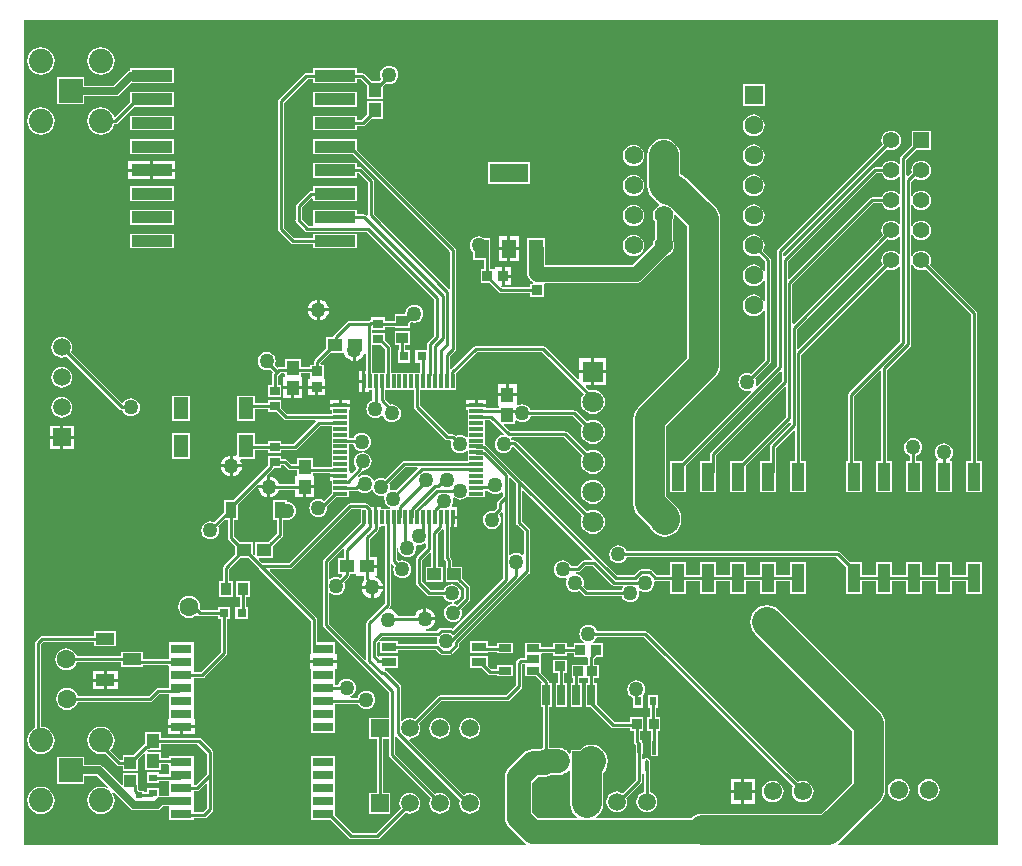
<source format=gtl>
G04*
G04 #@! TF.GenerationSoftware,Altium Limited,Altium Designer,20.2.6 (244)*
G04*
G04 Layer_Physical_Order=1*
G04 Layer_Color=255*
%FSLAX25Y25*%
%MOIN*%
G70*
G04*
G04 #@! TF.SameCoordinates,3B791BB4-AEC8-405A-9348-557AA33B983F*
G04*
G04*
G04 #@! TF.FilePolarity,Positive*
G04*
G01*
G75*
%ADD13C,0.01000*%
%ADD14R,0.04331X0.04921*%
%ADD15R,0.04560X0.03985*%
%ADD16R,0.04921X0.04331*%
%ADD17R,0.04134X0.03543*%
%ADD18R,0.03740X0.03150*%
%ADD19R,0.03740X0.03347*%
%ADD20R,0.04449X0.09606*%
%ADD21R,0.06299X0.03937*%
%ADD22R,0.05118X0.07480*%
%ADD23R,0.13780X0.03937*%
%ADD24R,0.04724X0.01181*%
%ADD25R,0.01181X0.04724*%
%ADD26R,0.03347X0.02953*%
%ADD27R,0.03150X0.03150*%
%ADD28R,0.05000X0.02992*%
%ADD29R,0.02559X0.06890*%
%ADD30R,0.04331X0.02559*%
%ADD31R,0.03400X0.03788*%
%ADD32R,0.02362X0.03150*%
%ADD33R,0.03788X0.03400*%
%ADD34R,0.01322X0.04583*%
G04:AMPARAMS|DCode=35|XSize=45.83mil|YSize=13.22mil|CornerRadius=6.61mil|HoleSize=0mil|Usage=FLASHONLY|Rotation=270.000|XOffset=0mil|YOffset=0mil|HoleType=Round|Shape=RoundedRectangle|*
%AMROUNDEDRECTD35*
21,1,0.04583,0.00000,0,0,270.0*
21,1,0.03260,0.01322,0,0,270.0*
1,1,0.01322,0.00000,-0.01630*
1,1,0.01322,0.00000,0.01630*
1,1,0.01322,0.00000,0.01630*
1,1,0.01322,0.00000,-0.01630*
%
%ADD35ROUNDEDRECTD35*%
%ADD36R,0.03347X0.03740*%
%ADD37R,0.03347X0.03543*%
%ADD38R,0.04724X0.06299*%
%ADD39R,0.12992X0.06299*%
%ADD40R,0.03740X0.05512*%
%ADD41R,0.03543X0.04134*%
%ADD42R,0.03937X0.04134*%
%ADD43R,0.02047X0.01929*%
%ADD44R,0.03150X0.02362*%
%ADD74C,0.05472*%
%ADD75R,0.05472X0.05472*%
%ADD77C,0.06181*%
%ADD78R,0.06181X0.06181*%
%ADD80R,0.07087X0.03150*%
%ADD81C,0.08000*%
%ADD82C,0.10000*%
%ADD83C,0.02500*%
%ADD84C,0.05000*%
%ADD85R,0.05906X0.05906*%
%ADD86C,0.05906*%
%ADD87C,0.06299*%
%ADD88R,0.05906X0.05906*%
%ADD89R,0.08071X0.08071*%
%ADD90C,0.08071*%
%ADD91C,0.07087*%
%ADD92R,0.07087X0.07087*%
%ADD93C,0.06102*%
%ADD94R,0.06102X0.06102*%
%ADD95R,0.06299X0.06299*%
%ADD96C,0.05000*%
G36*
X152091Y166550D02*
Y158500D01*
X147846D01*
Y167728D01*
X150912D01*
X152091Y166550D01*
D02*
G37*
G36*
X356480Y1020D02*
X303365D01*
X303196Y1520D01*
X303923Y2077D01*
X317423Y15577D01*
X317423Y15577D01*
X318304Y16726D01*
X318858Y18064D01*
X319047Y19500D01*
Y41500D01*
X318858Y42936D01*
X318304Y44274D01*
X317423Y45423D01*
X283423Y79423D01*
X282274Y80304D01*
X280936Y80858D01*
X279500Y81047D01*
X278064Y80858D01*
X276726Y80304D01*
X275577Y79423D01*
X274696Y78274D01*
X274142Y76936D01*
X273953Y75500D01*
X274142Y74064D01*
X274696Y72726D01*
X275577Y71577D01*
X307952Y39202D01*
Y21798D01*
X297702Y11547D01*
X258075D01*
X256640Y11358D01*
X255302Y10804D01*
X254304Y10039D01*
X222891D01*
X222721Y10539D01*
X223423Y11077D01*
X224304Y12226D01*
X224858Y13564D01*
X225047Y15000D01*
Y25216D01*
X225804Y26203D01*
X226358Y27541D01*
X226548Y28976D01*
X226358Y30412D01*
X225804Y31750D01*
X224923Y32899D01*
X223774Y33781D01*
X222436Y34335D01*
X221000Y34524D01*
X219564Y34335D01*
X218226Y33781D01*
X217106Y32921D01*
X214220D01*
Y31690D01*
X213720Y31520D01*
X213209Y32186D01*
X212779Y32516D01*
Y32921D01*
X212235D01*
X211175Y33361D01*
X210000Y33515D01*
X209679D01*
X209500Y33539D01*
X207020D01*
Y47079D01*
X207780D01*
Y54969D01*
X206921D01*
Y55468D01*
X206844Y55859D01*
X206623Y56190D01*
X204390Y58422D01*
Y60720D01*
X204390Y61039D01*
X204390Y61539D01*
Y64461D01*
X204390Y64780D01*
X204532Y65221D01*
X208106D01*
Y64171D01*
X212894D01*
Y65221D01*
X215169D01*
Y63630D01*
X219480D01*
X219516Y63630D01*
X219980Y63545D01*
Y61272D01*
X219311D01*
X219189Y61272D01*
X218811D01*
X218689Y61272D01*
X214465D01*
Y56728D01*
X214980D01*
Y54969D01*
X214220D01*
Y47079D01*
X217779D01*
Y54969D01*
X217020D01*
Y56728D01*
X218689D01*
X218811Y56728D01*
X219189D01*
X219311Y56728D01*
X219980D01*
Y54969D01*
X219220D01*
Y47079D01*
X220838D01*
X227637Y40279D01*
X227968Y40058D01*
X228358Y39980D01*
X233928D01*
Y39106D01*
X235109D01*
Y35562D01*
X235186Y35172D01*
X235407Y34841D01*
X235757Y34491D01*
Y31902D01*
X235847Y31449D01*
X235921Y31338D01*
Y22863D01*
X231430Y18372D01*
X231241Y18516D01*
X230401Y18864D01*
X229500Y18982D01*
X228599Y18864D01*
X227759Y18516D01*
X227038Y17963D01*
X226484Y17241D01*
X226136Y16401D01*
X226017Y15500D01*
X226136Y14599D01*
X226484Y13759D01*
X227038Y13037D01*
X227759Y12484D01*
X228599Y12136D01*
X229500Y12017D01*
X230401Y12136D01*
X231241Y12484D01*
X231962Y13037D01*
X232516Y13759D01*
X232864Y14599D01*
X232982Y15500D01*
X232864Y16401D01*
X232711Y16770D01*
X237662Y21720D01*
X237883Y22051D01*
X237961Y22441D01*
Y24648D01*
X238460Y24828D01*
X238480Y24803D01*
Y18815D01*
X237759Y18516D01*
X237037Y17963D01*
X236484Y17241D01*
X236136Y16401D01*
X236017Y15500D01*
X236136Y14599D01*
X236484Y13759D01*
X237037Y13037D01*
X237759Y12484D01*
X238599Y12136D01*
X239500Y12017D01*
X240401Y12136D01*
X241241Y12484D01*
X241963Y13037D01*
X242516Y13759D01*
X242864Y14599D01*
X242983Y15500D01*
X242864Y16401D01*
X242516Y17241D01*
X241963Y17963D01*
X241241Y18516D01*
X240520Y18815D01*
Y25274D01*
X240594Y25385D01*
X240684Y25838D01*
Y29098D01*
X240594Y29551D01*
X240337Y29935D01*
X239953Y30192D01*
X239500Y30282D01*
X239047Y30192D01*
X238663Y29935D01*
X238460Y29632D01*
X238096Y29666D01*
X237961Y29716D01*
Y31338D01*
X238035Y31449D01*
X238125Y31902D01*
Y35162D01*
X238035Y35615D01*
X237778Y35999D01*
X237394Y36256D01*
X237148Y36305D01*
Y39106D01*
X238329D01*
Y43894D01*
X233928D01*
Y42020D01*
X228781D01*
X222779Y48021D01*
Y54969D01*
X222020D01*
Y56728D01*
X223535D01*
Y61272D01*
X222020D01*
Y63223D01*
X222426Y63630D01*
X224831D01*
Y68370D01*
X221590D01*
X221490Y68870D01*
X221513Y68879D01*
X222140Y69360D01*
X222621Y69987D01*
X222825Y70480D01*
X238578D01*
X288360Y20698D01*
X288040Y19927D01*
X287918Y19000D01*
X288040Y18073D01*
X288398Y17209D01*
X288967Y16467D01*
X289709Y15898D01*
X290573Y15540D01*
X291500Y15418D01*
X292427Y15540D01*
X293291Y15898D01*
X294033Y16467D01*
X294602Y17209D01*
X294960Y18073D01*
X295082Y19000D01*
X294960Y19927D01*
X294602Y20791D01*
X294033Y21533D01*
X293291Y22102D01*
X292427Y22460D01*
X291500Y22582D01*
X290573Y22460D01*
X289802Y22140D01*
X239721Y72221D01*
X239390Y72442D01*
X239000Y72520D01*
X222825D01*
X222621Y73013D01*
X222140Y73640D01*
X221513Y74120D01*
X220783Y74423D01*
X220000Y74526D01*
X219217Y74423D01*
X218487Y74120D01*
X217860Y73640D01*
X217379Y73013D01*
X217077Y72283D01*
X216974Y71500D01*
X217077Y70717D01*
X217379Y69987D01*
X217860Y69360D01*
X218487Y68879D01*
X218510Y68870D01*
X218410Y68370D01*
X215169D01*
Y67260D01*
X212894D01*
Y68572D01*
X208106D01*
Y67260D01*
X204390D01*
Y68520D01*
X199059D01*
Y65280D01*
X199059Y64961D01*
X199059Y64461D01*
Y63520D01*
X197586D01*
X197196Y63442D01*
X196865Y63221D01*
X196279Y62635D01*
X196058Y62304D01*
X195980Y61914D01*
Y54422D01*
X192578Y51020D01*
X170500D01*
X170110Y50942D01*
X169779Y50721D01*
X162123Y43065D01*
X161401Y43364D01*
X160500Y43483D01*
X159599Y43364D01*
X158759Y43016D01*
X158067Y42485D01*
X157872Y42519D01*
X157567Y42622D01*
Y53953D01*
X157489Y54343D01*
X157268Y54674D01*
X152676Y59266D01*
X152345Y59487D01*
X152259Y59504D01*
X152309Y60004D01*
X156559D01*
Y63996D01*
X150559D01*
Y63996D01*
X150059Y63910D01*
X149579Y64391D01*
Y68609D01*
X150125Y69156D01*
X150559Y68883D01*
Y65004D01*
X156559D01*
Y65980D01*
X169240D01*
X170361Y64859D01*
X170692Y64638D01*
X171082Y64560D01*
X173982D01*
X174372Y64638D01*
X174703Y64859D01*
X176753Y66909D01*
X176974Y67240D01*
X177052Y67630D01*
Y68417D01*
X200221Y91587D01*
X200442Y91917D01*
X200520Y92308D01*
Y106087D01*
X200442Y106477D01*
X200221Y106808D01*
X198020Y109009D01*
Y119059D01*
X198482Y119250D01*
X221250Y96482D01*
X221059Y96020D01*
X218500D01*
X218110Y95942D01*
X217779Y95721D01*
X216078Y94020D01*
X214325D01*
X214121Y94513D01*
X213640Y95140D01*
X213013Y95621D01*
X212283Y95923D01*
X211500Y96026D01*
X210717Y95923D01*
X209987Y95621D01*
X209360Y95140D01*
X208879Y94513D01*
X208577Y93783D01*
X208474Y93000D01*
X208577Y92217D01*
X208879Y91487D01*
X209360Y90860D01*
X209987Y90380D01*
X210717Y90077D01*
X211500Y89974D01*
X212283Y90077D01*
X212382Y90118D01*
X212765Y89735D01*
X212577Y89283D01*
X212474Y88500D01*
X212577Y87717D01*
X212879Y86987D01*
X213360Y86360D01*
X213987Y85879D01*
X214717Y85577D01*
X215500Y85474D01*
X216283Y85577D01*
X217009Y85878D01*
X218537Y84350D01*
X218868Y84129D01*
X219258Y84051D01*
X231175D01*
X231380Y83558D01*
X231860Y82931D01*
X232487Y82450D01*
X233217Y82148D01*
X234000Y82045D01*
X234783Y82148D01*
X235513Y82450D01*
X236140Y82931D01*
X236620Y83558D01*
X236923Y84288D01*
X237026Y85071D01*
X236948Y85663D01*
X237405Y85942D01*
X237487Y85879D01*
X238217Y85577D01*
X239000Y85474D01*
X239783Y85577D01*
X240513Y85879D01*
X241140Y86360D01*
X241620Y86987D01*
X241923Y87717D01*
X242026Y88500D01*
X242011Y88615D01*
X242308Y88967D01*
X242458Y89051D01*
X247276D01*
Y84768D01*
X252724D01*
Y89051D01*
X257276D01*
Y84768D01*
X262724D01*
Y89051D01*
X267276D01*
Y84768D01*
X272724D01*
Y89051D01*
X277276D01*
Y84768D01*
X282724D01*
Y89051D01*
X287276D01*
Y84768D01*
X292724D01*
Y95374D01*
X287276D01*
Y91091D01*
X282724D01*
Y95374D01*
X277276D01*
Y91091D01*
X272724D01*
Y95374D01*
X267276D01*
Y91091D01*
X262724D01*
Y95374D01*
X257276D01*
Y91091D01*
X252724D01*
Y95374D01*
X247276D01*
Y91091D01*
X242801D01*
X241171Y92721D01*
X240840Y92942D01*
X240450Y93020D01*
X237550D01*
X237160Y92942D01*
X236829Y92721D01*
X235199Y91091D01*
X229525D01*
X197721Y122894D01*
X186001Y134615D01*
X185670Y134836D01*
X185500Y134870D01*
Y138799D01*
Y142807D01*
X187211D01*
X191794Y138224D01*
X191585Y137726D01*
X190992Y137648D01*
X190262Y137345D01*
X189636Y136864D01*
X189155Y136238D01*
X188852Y135508D01*
X188749Y134725D01*
X188852Y133942D01*
X189155Y133212D01*
X189636Y132585D01*
X190262Y132104D01*
X190992Y131802D01*
X191775Y131699D01*
X192558Y131802D01*
X193288Y132104D01*
X193915Y132585D01*
X194396Y133212D01*
X194569Y133631D01*
X195158Y133746D01*
X217974Y110930D01*
X217952Y110901D01*
X217545Y109918D01*
X217406Y108862D01*
X217545Y107807D01*
X217952Y106823D01*
X218601Y105979D01*
X219445Y105330D01*
X220429Y104923D01*
X221484Y104784D01*
X222540Y104923D01*
X223523Y105330D01*
X224368Y105979D01*
X225016Y106823D01*
X225424Y107807D01*
X225562Y108862D01*
X225424Y109918D01*
X225016Y110901D01*
X224368Y111746D01*
X223523Y112394D01*
X222540Y112801D01*
X221484Y112940D01*
X220429Y112801D01*
X219445Y112394D01*
X219416Y112372D01*
X196067Y135721D01*
X195737Y135942D01*
X195346Y136020D01*
X194486D01*
X194396Y136238D01*
X194210Y136480D01*
X194456Y136980D01*
X211924D01*
X217974Y130930D01*
X217952Y130901D01*
X217545Y129918D01*
X217406Y128862D01*
X217545Y127807D01*
X217952Y126823D01*
X218601Y125979D01*
X219445Y125330D01*
X220429Y124923D01*
X221484Y124784D01*
X222540Y124923D01*
X223523Y125330D01*
X224368Y125979D01*
X225016Y126823D01*
X225424Y127807D01*
X225562Y128862D01*
X225424Y129918D01*
X225016Y130901D01*
X224368Y131746D01*
X223523Y132394D01*
X222540Y132801D01*
X221484Y132940D01*
X220429Y132801D01*
X219445Y132394D01*
X219416Y132372D01*
X213067Y138721D01*
X212737Y138942D01*
X212347Y139020D01*
X193882D01*
X191808Y141093D01*
X192000Y141555D01*
X195650D01*
Y142392D01*
X196150Y142638D01*
X196487Y142379D01*
X197217Y142077D01*
X198000Y141974D01*
X198783Y142077D01*
X199513Y142379D01*
X200140Y142860D01*
X200621Y143487D01*
X200825Y143980D01*
X214924D01*
X217974Y140930D01*
X217952Y140901D01*
X217545Y139918D01*
X217406Y138862D01*
X217545Y137807D01*
X217952Y136823D01*
X218601Y135978D01*
X219445Y135330D01*
X220429Y134923D01*
X221484Y134784D01*
X222540Y134923D01*
X223523Y135330D01*
X224368Y135978D01*
X225016Y136823D01*
X225424Y137807D01*
X225562Y138862D01*
X225424Y139918D01*
X225016Y140901D01*
X224368Y141746D01*
X223523Y142394D01*
X222540Y142801D01*
X221484Y142940D01*
X220429Y142801D01*
X219445Y142394D01*
X219416Y142372D01*
X216067Y145721D01*
X215737Y145942D01*
X215347Y146020D01*
X200825D01*
X200621Y146513D01*
X200140Y147140D01*
X199513Y147620D01*
X198783Y147923D01*
X198000Y148026D01*
X197217Y147923D01*
X196619Y147675D01*
X196251Y147880D01*
X196150Y147992D01*
Y150709D01*
X192984D01*
X189819D01*
Y147748D01*
X189931D01*
X190319Y147476D01*
X190319Y147315D01*
X190157Y146815D01*
X186000D01*
Y147264D01*
X179276D01*
Y146173D01*
X179776D01*
Y140768D01*
Y137200D01*
X179658Y137106D01*
X179276Y136977D01*
X178763Y137371D01*
X178033Y137673D01*
X177250Y137776D01*
X176467Y137673D01*
X175973Y137468D01*
X175721Y137721D01*
X175390Y137942D01*
X175000Y138020D01*
X173473D01*
X163882Y147610D01*
Y152776D01*
X175854D01*
Y158412D01*
X182922Y165480D01*
X204578D01*
X218475Y151583D01*
X217952Y150901D01*
X217545Y149918D01*
X217406Y148862D01*
X217545Y147807D01*
X217952Y146823D01*
X218601Y145978D01*
X219445Y145330D01*
X220429Y144923D01*
X221484Y144784D01*
X222540Y144923D01*
X223523Y145330D01*
X224368Y145978D01*
X225016Y146823D01*
X225424Y147807D01*
X225562Y148862D01*
X225424Y149918D01*
X225016Y150901D01*
X224368Y151746D01*
X223523Y152394D01*
X222540Y152801D01*
X221484Y152940D01*
X220429Y152801D01*
X220225Y152717D01*
X219085Y153857D01*
X219276Y154319D01*
X220984D01*
Y158362D01*
X216941D01*
Y156654D01*
X216479Y156463D01*
X205721Y167221D01*
X205390Y167442D01*
X205000Y167520D01*
X182500D01*
X182110Y167442D01*
X181779Y167221D01*
X174315Y159757D01*
X173815Y159964D01*
Y163873D01*
X175721Y165779D01*
X175942Y166110D01*
X176020Y166500D01*
Y199370D01*
X175942Y199760D01*
X175721Y200091D01*
X142902Y232910D01*
Y236405D01*
X128122D01*
Y231469D01*
X141460D01*
X173980Y198948D01*
Y186669D01*
X173480Y186461D01*
X148520Y211422D01*
Y222500D01*
X148442Y222890D01*
X148221Y223221D01*
X144658Y226784D01*
X144327Y227005D01*
X143937Y227083D01*
X142902D01*
Y228532D01*
X128122D01*
Y223594D01*
X142902D01*
Y225043D01*
X143515D01*
X146480Y222078D01*
Y211169D01*
X146035Y210948D01*
X145998Y210944D01*
X145906Y211036D01*
X145575Y211257D01*
X145185Y211334D01*
X142902D01*
Y212784D01*
X128122D01*
Y207846D01*
X127757Y207520D01*
X126751D01*
X124520Y209751D01*
Y213578D01*
X127622Y216680D01*
X128122Y216473D01*
Y215721D01*
X142902D01*
Y220657D01*
X128122D01*
Y219209D01*
X127689D01*
X127299Y219131D01*
X126968Y218910D01*
X122779Y214721D01*
X122558Y214390D01*
X122480Y214000D01*
Y209817D01*
X122472Y209804D01*
X122395Y209414D01*
X122472Y209024D01*
X122693Y208693D01*
X125608Y205779D01*
X125938Y205558D01*
X126328Y205480D01*
X146078D01*
X168480Y183078D01*
Y170850D01*
X166547Y168917D01*
X166326Y168586D01*
X166248Y168196D01*
Y166075D01*
X162378D01*
Y161925D01*
X163902D01*
Y158500D01*
X154130D01*
Y166972D01*
X154052Y167363D01*
X153831Y167693D01*
X152354Y169170D01*
Y171878D01*
X147846D01*
Y172846D01*
X152354D01*
Y173902D01*
X155433D01*
Y173583D01*
X160567D01*
Y175043D01*
X161047Y175385D01*
X161235Y175308D01*
X162018Y175204D01*
X162801Y175308D01*
X163531Y175610D01*
X164157Y176091D01*
X164638Y176717D01*
X164941Y177447D01*
X165044Y178230D01*
X164941Y179014D01*
X164638Y179743D01*
X164157Y180370D01*
X163531Y180851D01*
X162801Y181153D01*
X162018Y181256D01*
X161235Y181153D01*
X160505Y180851D01*
X159878Y180370D01*
X159397Y179743D01*
X159095Y179014D01*
X158992Y178230D01*
X158900Y178126D01*
X155433D01*
Y175941D01*
X152354D01*
Y176996D01*
X147614D01*
Y176105D01*
X147586D01*
X147196Y176028D01*
X146865Y175807D01*
X146784Y175726D01*
X140206D01*
X139816Y175648D01*
X139485Y175427D01*
X135279Y171221D01*
X135058Y170890D01*
X134986Y170528D01*
X132677D01*
Y166639D01*
X128763Y162725D01*
X128542Y162394D01*
X128465Y162004D01*
Y161193D01*
X127114D01*
Y160520D01*
X124150D01*
Y163169D01*
X118819D01*
Y160520D01*
X117000D01*
X116610Y160442D01*
X116279Y160221D01*
X116242Y160184D01*
X115442Y160984D01*
X115724Y161664D01*
X115827Y162447D01*
X115724Y163231D01*
X115422Y163960D01*
X114941Y164587D01*
X114314Y165068D01*
X113584Y165370D01*
X112801Y165473D01*
X112018Y165370D01*
X111288Y165068D01*
X110661Y164587D01*
X110181Y163960D01*
X109878Y163231D01*
X109775Y162447D01*
X109878Y161664D01*
X110181Y160934D01*
X110661Y160308D01*
X111288Y159827D01*
X112018Y159525D01*
X112801Y159422D01*
X113584Y159525D01*
X113891Y159652D01*
X114800Y158742D01*
X114763Y158705D01*
X114542Y158374D01*
X114465Y157984D01*
Y154299D01*
X113311D01*
Y150347D01*
X117657D01*
Y154299D01*
X116504D01*
Y157562D01*
X117422Y158480D01*
X118465D01*
X118819Y158127D01*
X118819Y157248D01*
X118431Y156976D01*
X118319D01*
Y154016D01*
X124650D01*
Y156976D01*
X124537D01*
X124150Y157248D01*
X124150Y157476D01*
Y158480D01*
X127114D01*
Y156878D01*
X127114Y156846D01*
X127038Y156378D01*
X126614D01*
Y154205D01*
X132354D01*
Y156378D01*
X131930D01*
X131854Y156846D01*
X131854Y156878D01*
Y161193D01*
X130773D01*
X130615Y161693D01*
X134119Y165197D01*
X138566D01*
X138576Y165115D01*
X138929Y164264D01*
X139490Y163532D01*
X140221Y162971D01*
X141073Y162619D01*
X141486Y162564D01*
Y166029D01*
X142486D01*
Y162564D01*
X142900Y162619D01*
X143751Y162971D01*
X144483Y163532D01*
X145044Y164264D01*
X145223Y164697D01*
X145791D01*
X145807Y164203D01*
Y159000D01*
X145736D01*
Y155638D01*
Y152276D01*
X146827D01*
Y152776D01*
X148067D01*
Y149361D01*
X147487Y149120D01*
X146860Y148640D01*
X146379Y148013D01*
X146077Y147283D01*
X145974Y146500D01*
X146077Y145717D01*
X146379Y144987D01*
X146860Y144360D01*
X147487Y143879D01*
X148217Y143577D01*
X149000Y143474D01*
X149783Y143577D01*
X150513Y143879D01*
X151062Y144301D01*
X151385Y144248D01*
X151606Y144147D01*
X151880Y143487D01*
X152360Y142860D01*
X152987Y142379D01*
X153717Y142077D01*
X154500Y141974D01*
X155283Y142077D01*
X156013Y142379D01*
X156640Y142860D01*
X157121Y143487D01*
X157423Y144217D01*
X157526Y145000D01*
X157423Y145783D01*
X157121Y146513D01*
X156640Y147140D01*
X156013Y147620D01*
X155283Y147923D01*
X154500Y148026D01*
X153940Y147952D01*
X152161Y149730D01*
Y152776D01*
X161843D01*
Y147188D01*
X161920Y146798D01*
X162141Y146467D01*
X172329Y136279D01*
X172660Y136058D01*
X173050Y135980D01*
X174063D01*
X174284Y135650D01*
X174320Y135480D01*
X174224Y134750D01*
X174327Y133967D01*
X174629Y133237D01*
X175110Y132610D01*
X175737Y132130D01*
X176467Y131827D01*
X177250Y131724D01*
X178033Y131827D01*
X178763Y132130D01*
X179276Y132523D01*
X179658Y132395D01*
X179776Y132300D01*
Y129098D01*
X158579D01*
X158189Y129021D01*
X157858Y128800D01*
X152277Y123218D01*
X151783Y123423D01*
X151000Y123526D01*
X150217Y123423D01*
X149487Y123120D01*
X148860Y122640D01*
X148832Y122602D01*
X148259Y122678D01*
X148120Y123013D01*
X147640Y123640D01*
X147013Y124120D01*
X146283Y124423D01*
X145500Y124526D01*
X144717Y124423D01*
X143987Y124120D01*
X143428Y123691D01*
X143098Y124068D01*
X144725Y125696D01*
X144898Y125954D01*
X145553Y126040D01*
X146282Y126343D01*
X146909Y126824D01*
X147390Y127450D01*
X147692Y128180D01*
X147795Y128963D01*
X147692Y129746D01*
X147390Y130476D01*
X146909Y131103D01*
X146282Y131584D01*
X145553Y131886D01*
X144770Y131989D01*
X143986Y131886D01*
X143257Y131584D01*
X142630Y131103D01*
X142149Y130476D01*
X141847Y129746D01*
X141744Y128963D01*
X141847Y128180D01*
X142149Y127450D01*
X142630Y126824D01*
X142651Y126505D01*
X141186Y125041D01*
X140724Y125232D01*
Y125732D01*
X140224D01*
Y130925D01*
Y134843D01*
X141561D01*
X141577Y134717D01*
X141879Y133987D01*
X142360Y133360D01*
X142987Y132879D01*
X143717Y132577D01*
X144500Y132474D01*
X145283Y132577D01*
X146013Y132879D01*
X146640Y133360D01*
X147120Y133987D01*
X147423Y134717D01*
X147526Y135500D01*
X147423Y136283D01*
X147120Y137013D01*
X146640Y137640D01*
X146013Y138120D01*
X145283Y138423D01*
X144500Y138526D01*
X143717Y138423D01*
X142987Y138120D01*
X142360Y137640D01*
X141879Y137013D01*
X141825Y136882D01*
X140224D01*
Y138799D01*
Y142736D01*
Y146173D01*
X140724D01*
Y147264D01*
X134000D01*
Y146173D01*
X134500D01*
Y144846D01*
X119678D01*
X117657Y146867D01*
Y149378D01*
X113311D01*
Y148421D01*
X108870D01*
Y150902D01*
X102752D01*
Y142421D01*
X108870D01*
Y146382D01*
X113311D01*
Y145425D01*
X116216D01*
X118535Y143106D01*
X118866Y142885D01*
X119256Y142807D01*
X128961D01*
X129168Y142307D01*
X121664Y134803D01*
X117657D01*
Y135760D01*
X113311D01*
Y134803D01*
X108870D01*
Y138303D01*
X102752D01*
Y131013D01*
X102336Y130735D01*
X101914Y130910D01*
X101500Y130964D01*
Y128000D01*
X104464D01*
X104410Y128414D01*
X104057Y129265D01*
X103973Y129374D01*
X104194Y129823D01*
X108870D01*
Y132764D01*
X113311D01*
Y131807D01*
X117657D01*
Y132764D01*
X122087D01*
X122477Y132842D01*
X122808Y133063D01*
X130584Y140839D01*
X134500D01*
Y138799D01*
Y134862D01*
Y130925D01*
Y127130D01*
X128150D01*
Y130169D01*
X122819D01*
Y128228D01*
X120999D01*
X119644Y129583D01*
X119313Y129804D01*
X118923Y129882D01*
X117657D01*
Y130839D01*
X113311D01*
Y127984D01*
X113291Y127886D01*
Y127666D01*
X101743Y116118D01*
X98445D01*
Y111934D01*
X95243Y108732D01*
X94783Y108923D01*
X94000Y109026D01*
X93217Y108923D01*
X92487Y108621D01*
X91860Y108140D01*
X91379Y107513D01*
X91077Y106783D01*
X90974Y106000D01*
X91077Y105217D01*
X91379Y104487D01*
X91860Y103860D01*
X92487Y103379D01*
X93217Y103077D01*
X94000Y102974D01*
X94783Y103077D01*
X95513Y103379D01*
X96140Y103860D01*
X96621Y104487D01*
X96923Y105217D01*
X97026Y106000D01*
X96923Y106783D01*
X96705Y107310D01*
X99001Y109606D01*
X99795D01*
Y103543D01*
X99873Y103153D01*
X100094Y102822D01*
X102331Y100586D01*
Y98139D01*
X98425Y94233D01*
X98204Y93902D01*
X98126Y93512D01*
Y89067D01*
X96874D01*
Y83933D01*
X101417D01*
Y89067D01*
X100165D01*
Y93089D01*
X103773Y96697D01*
X106810D01*
X110228Y93279D01*
X127559Y75948D01*
Y67634D01*
X127579Y67535D01*
Y64803D01*
X127079D01*
Y62728D01*
X131622D01*
X136165D01*
Y64803D01*
X135665D01*
Y68634D01*
X129598D01*
Y76370D01*
X129521Y76760D01*
X129300Y77091D01*
X113872Y92519D01*
X114064Y92980D01*
X120500D01*
X120890Y93058D01*
X121221Y93279D01*
X140922Y112980D01*
X144146D01*
Y108942D01*
X131779Y96575D01*
X131558Y96245D01*
X131480Y95854D01*
Y74500D01*
X131558Y74110D01*
X131779Y73779D01*
X153433Y52125D01*
Y43453D01*
X147047D01*
Y36547D01*
X149480D01*
Y18453D01*
X147047D01*
Y11547D01*
X153953D01*
Y18453D01*
X151520D01*
Y36547D01*
X153433D01*
Y31047D01*
X153511Y30657D01*
X153732Y30326D01*
X167435Y16623D01*
X167136Y15901D01*
X167017Y15000D01*
X167136Y14099D01*
X167484Y13259D01*
X168037Y12538D01*
X168759Y11984D01*
X169599Y11636D01*
X170500Y11518D01*
X171401Y11636D01*
X172241Y11984D01*
X172962Y12538D01*
X173516Y13259D01*
X173864Y14099D01*
X173983Y15000D01*
X173864Y15901D01*
X173516Y16741D01*
X172962Y17462D01*
X172241Y18016D01*
X171401Y18364D01*
X170500Y18483D01*
X169599Y18364D01*
X168877Y18065D01*
X155472Y31470D01*
Y37289D01*
X155972Y37496D01*
X177262Y16206D01*
X177136Y15901D01*
X177017Y15000D01*
X177136Y14099D01*
X177484Y13259D01*
X178038Y12538D01*
X178759Y11984D01*
X179599Y11636D01*
X180500Y11518D01*
X181401Y11636D01*
X182241Y11984D01*
X182963Y12538D01*
X183516Y13259D01*
X183864Y14099D01*
X183983Y15000D01*
X183864Y15901D01*
X183516Y16741D01*
X182963Y17462D01*
X182241Y18016D01*
X181401Y18364D01*
X180500Y18483D01*
X179599Y18364D01*
X178759Y18016D01*
X178519Y17832D01*
X160280Y36072D01*
X160423Y36361D01*
X160537Y36522D01*
X161401Y36636D01*
X162241Y36984D01*
X162962Y37538D01*
X163516Y38259D01*
X163864Y39099D01*
X163982Y40000D01*
X163864Y40901D01*
X163565Y41623D01*
X170922Y48980D01*
X193000D01*
X193390Y49058D01*
X193721Y49279D01*
X197721Y53279D01*
X197942Y53610D01*
X198020Y54000D01*
Y61480D01*
X198917D01*
X199059Y61039D01*
X199059Y60720D01*
Y57480D01*
X202448D01*
X204460Y55468D01*
X204253Y54969D01*
X204221D01*
Y47079D01*
X204980D01*
Y33405D01*
X204825Y33384D01*
X203838Y32975D01*
X201436D01*
X200262Y32820D01*
X199167Y32367D01*
X198227Y31646D01*
X193541Y26959D01*
X192819Y26019D01*
X192366Y24925D01*
X192211Y23750D01*
Y10186D01*
X192366Y9012D01*
X192819Y7917D01*
X193541Y6977D01*
X198227Y2291D01*
X199167Y1569D01*
X199287Y1520D01*
X199187Y1020D01*
X32020D01*
Y275980D01*
X356480D01*
Y1020D01*
D02*
G37*
G36*
X119856Y126488D02*
X120187Y126267D01*
X120577Y126189D01*
X122819D01*
Y124248D01*
X122431Y123976D01*
X122319D01*
Y121520D01*
X116866D01*
X116557Y122265D01*
X115996Y122996D01*
X115265Y123557D01*
X114414Y123910D01*
X114000Y123964D01*
Y120500D01*
Y117036D01*
X114414Y117090D01*
X115265Y117443D01*
X115996Y118004D01*
X116557Y118735D01*
X116866Y119480D01*
X122319D01*
Y117055D01*
X124984D01*
Y120516D01*
X125484D01*
Y121016D01*
X128650D01*
Y123976D01*
X128537D01*
X128150Y124248D01*
Y125091D01*
X134000D01*
Y124642D01*
X137362D01*
Y123642D01*
X134000D01*
Y122551D01*
X134500D01*
Y118588D01*
X131807Y115895D01*
X131513Y116121D01*
X130783Y116423D01*
X130000Y116526D01*
X129217Y116423D01*
X128487Y116121D01*
X127860Y115640D01*
X127380Y115013D01*
X127077Y114283D01*
X126974Y113500D01*
X127077Y112717D01*
X127380Y111987D01*
X127860Y111360D01*
X128487Y110880D01*
X129217Y110577D01*
X130000Y110474D01*
X130783Y110577D01*
X131513Y110880D01*
X132140Y111360D01*
X132621Y111987D01*
X132923Y112717D01*
X133026Y113500D01*
X132941Y114145D01*
X135942Y117146D01*
X140224D01*
Y119185D01*
X142705D01*
X143095Y119263D01*
X143320Y119413D01*
X143360Y119360D01*
X143987Y118879D01*
X144717Y118577D01*
X145500Y118474D01*
X146283Y118577D01*
X147013Y118879D01*
X147640Y119360D01*
X147668Y119398D01*
X148241Y119322D01*
X148380Y118987D01*
X148860Y118360D01*
X149487Y117879D01*
X150217Y117577D01*
X151000Y117474D01*
X151651Y117560D01*
X151835Y117440D01*
X151940Y117335D01*
X152060Y117151D01*
X151974Y116500D01*
X152077Y115717D01*
X152380Y114987D01*
X152860Y114360D01*
X153487Y113880D01*
X153861Y113724D01*
X153762Y113224D01*
X150764D01*
Y113724D01*
X149673D01*
Y110362D01*
X148673D01*
Y113724D01*
X147683D01*
X146686Y114721D01*
X146356Y114942D01*
X145965Y115020D01*
X140500D01*
X140110Y114942D01*
X139779Y114721D01*
X120078Y95020D01*
X111371D01*
X110156Y96235D01*
X110347Y96697D01*
X114945D01*
Y100881D01*
X117875Y103811D01*
X118096Y104141D01*
X118173Y104532D01*
Y109606D01*
X118647D01*
X118717Y109577D01*
X119500Y109474D01*
X120283Y109577D01*
X121013Y109880D01*
X121640Y110360D01*
X122120Y110987D01*
X122423Y111717D01*
X122526Y112500D01*
X122423Y113283D01*
X122120Y114013D01*
X121640Y114640D01*
X121013Y115120D01*
X120283Y115423D01*
X119524Y115523D01*
Y116118D01*
X114784D01*
Y109606D01*
X116134D01*
Y104954D01*
X113224Y102044D01*
X113213Y102027D01*
X109024D01*
Y98115D01*
X108566Y97917D01*
X108252Y98173D01*
Y102027D01*
X103773D01*
X101835Y103966D01*
Y109606D01*
X103185D01*
Y114676D01*
X109535Y121026D01*
X109587Y121000D01*
X113000D01*
Y124413D01*
X112974Y124465D01*
X115032Y126523D01*
X115253Y126854D01*
X115259Y126886D01*
X117657D01*
Y127843D01*
X118501D01*
X119856Y126488D01*
D02*
G37*
G36*
X163155Y126597D02*
X155923Y119365D01*
X155783Y119423D01*
X155000Y119526D01*
X154349Y119440D01*
X154165Y119560D01*
X154060Y119665D01*
X153940Y119849D01*
X154026Y120500D01*
X153923Y121283D01*
X153718Y121776D01*
X159001Y127059D01*
X162964D01*
X163155Y126597D01*
D02*
G37*
G36*
X186860Y118860D02*
X187487Y118379D01*
X188217Y118077D01*
X189000Y117974D01*
X189783Y118077D01*
X190513Y118379D01*
X190980Y118738D01*
X191480Y118527D01*
Y117422D01*
X189779Y115721D01*
X189558Y115390D01*
X189480Y115000D01*
Y113479D01*
X188455Y112453D01*
X187899Y112526D01*
X187116Y112423D01*
X186387Y112120D01*
X185760Y111640D01*
X185279Y111013D01*
X184977Y110283D01*
X184874Y109500D01*
X184977Y108717D01*
X185279Y107987D01*
X185760Y107360D01*
X186387Y106879D01*
X187116Y106577D01*
X187899Y106474D01*
X188683Y106577D01*
X189412Y106879D01*
X190039Y107360D01*
X190520Y107987D01*
X190822Y108717D01*
X190925Y109500D01*
X190822Y110283D01*
X190520Y111013D01*
X190250Y111365D01*
X190980Y112095D01*
X191480Y111888D01*
Y89973D01*
X174756Y73248D01*
X174703Y73300D01*
X174372Y73522D01*
X173982Y73599D01*
X171082D01*
X170692Y73522D01*
X170361Y73300D01*
X169580Y72520D01*
X165911D01*
X165878Y73020D01*
X166414Y73090D01*
X167265Y73443D01*
X167996Y74004D01*
X168557Y74735D01*
X168910Y75586D01*
X168964Y76000D01*
X165500D01*
Y76500D01*
X165000D01*
Y79964D01*
X164586Y79910D01*
X163735Y79557D01*
X163004Y78996D01*
X162443Y78265D01*
X162134Y77520D01*
X156493D01*
X156274Y78048D01*
X155713Y78779D01*
X154982Y79340D01*
X154131Y79693D01*
X153797Y79737D01*
X153637Y80210D01*
X153831Y80405D01*
X154052Y80735D01*
X154130Y81126D01*
Y94721D01*
X154630Y94928D01*
X155282Y94276D01*
X155077Y93783D01*
X154974Y93000D01*
X155077Y92217D01*
X155379Y91487D01*
X155860Y90860D01*
X156487Y90380D01*
X157217Y90077D01*
X158000Y89974D01*
X158783Y90077D01*
X159513Y90380D01*
X160140Y90860D01*
X160620Y91487D01*
X160923Y92217D01*
X161026Y93000D01*
X160923Y93783D01*
X160620Y94513D01*
X160140Y95140D01*
X159513Y95621D01*
X158783Y95923D01*
X158000Y96026D01*
X157217Y95923D01*
X156723Y95718D01*
X156098Y96344D01*
Y99977D01*
X156598Y100010D01*
X156688Y99328D01*
X156990Y98598D01*
X157471Y97971D01*
X158098Y97490D01*
X158828Y97188D01*
X159611Y97085D01*
X160394Y97188D01*
X161124Y97490D01*
X161750Y97971D01*
X162231Y98598D01*
X162534Y99328D01*
X162637Y100111D01*
X162570Y100615D01*
X162578Y100639D01*
X162972Y101033D01*
X162996Y101040D01*
X163500Y100974D01*
X164283Y101077D01*
X165013Y101380D01*
X165370Y101654D01*
X165870Y101407D01*
Y100312D01*
X162779Y97221D01*
X162558Y96890D01*
X162480Y96500D01*
Y88500D01*
X162558Y88110D01*
X162779Y87779D01*
X166279Y84279D01*
X166610Y84058D01*
X167000Y83980D01*
X171675D01*
X171879Y83487D01*
X172360Y82860D01*
X172987Y82380D01*
X173717Y82077D01*
X174406Y81986D01*
Y81482D01*
X174200Y81455D01*
X173471Y81153D01*
X172844Y80672D01*
X172363Y80045D01*
X172061Y79316D01*
X171958Y78532D01*
X172061Y77749D01*
X172363Y77019D01*
X172844Y76393D01*
X173471Y75912D01*
X174200Y75610D01*
X174984Y75507D01*
X175767Y75610D01*
X176497Y75912D01*
X177123Y76393D01*
X177604Y77019D01*
X177906Y77749D01*
X178009Y78532D01*
X177906Y79316D01*
X177702Y79809D01*
X180221Y82328D01*
X180442Y82659D01*
X180520Y83049D01*
Y87102D01*
X180442Y87493D01*
X180221Y87823D01*
X178020Y90024D01*
Y93855D01*
X174480D01*
Y96040D01*
X174402Y96430D01*
X174181Y96761D01*
X173815Y97127D01*
Y107000D01*
X174264D01*
Y110362D01*
X174764D01*
Y110862D01*
X176354D01*
Y113724D01*
X174769D01*
X174548Y114173D01*
X174620Y114267D01*
X174923Y114997D01*
X175026Y115780D01*
X174923Y116563D01*
X174856Y116725D01*
X175266Y117040D01*
X175763Y116659D01*
X176492Y116357D01*
X177276Y116254D01*
X178059Y116357D01*
X178788Y116659D01*
X179311Y117060D01*
X179776Y117146D01*
X179776Y117146D01*
X179776Y117146D01*
X185500D01*
Y119276D01*
X186542D01*
X186860Y118860D01*
D02*
G37*
G36*
X195980Y121751D02*
Y108587D01*
X196058Y108196D01*
X196279Y107866D01*
X198480Y105664D01*
Y97973D01*
X197980Y97762D01*
X197513Y98120D01*
X196783Y98423D01*
X196000Y98526D01*
X195217Y98423D01*
X194487Y98120D01*
X194020Y97762D01*
X193520Y97973D01*
Y117000D01*
Y123558D01*
X193982Y123750D01*
X195980Y121751D01*
D02*
G37*
G36*
X138486Y99692D02*
X138440Y99460D01*
Y96750D01*
X136499D01*
Y91420D01*
X137771D01*
X137978Y90920D01*
X137276Y90218D01*
X136783Y90423D01*
X136000Y90526D01*
X135217Y90423D01*
X134487Y90121D01*
X134020Y89762D01*
X133520Y89973D01*
Y95432D01*
X138025Y99938D01*
X138486Y99692D01*
D02*
G37*
G36*
X171776Y106127D02*
Y96705D01*
X171853Y96315D01*
X172074Y95984D01*
X172441Y95617D01*
Y92855D01*
X172460Y92756D01*
Y88870D01*
X176293D01*
X176299Y88861D01*
X178480Y86680D01*
Y83471D01*
X176260Y81251D01*
X175767Y81455D01*
X175078Y81546D01*
Y82050D01*
X175283Y82077D01*
X176013Y82380D01*
X176640Y82860D01*
X177120Y83487D01*
X177423Y84217D01*
X177526Y85000D01*
X177423Y85783D01*
X177120Y86513D01*
X176640Y87140D01*
X176013Y87621D01*
X175283Y87923D01*
X174500Y88026D01*
X173717Y87923D01*
X172987Y87621D01*
X172360Y87140D01*
X171879Y86513D01*
X171675Y86020D01*
X167422D01*
X164520Y88922D01*
Y96078D01*
X167209Y98767D01*
X167709Y98560D01*
Y93855D01*
X165949D01*
Y88870D01*
X171508D01*
Y93855D01*
X169748D01*
Y104806D01*
X171276Y106334D01*
X171776Y106127D01*
D02*
G37*
G36*
X152091Y81548D02*
X146338Y75795D01*
X146117Y75465D01*
X146039Y75074D01*
Y63110D01*
X145539Y62902D01*
X133520Y74922D01*
Y85027D01*
X134020Y85238D01*
X134487Y84879D01*
X135217Y84577D01*
X136000Y84474D01*
X136783Y84577D01*
X137513Y84879D01*
X138140Y85360D01*
X138620Y85987D01*
X138923Y86717D01*
X139026Y87500D01*
X138923Y88283D01*
X138718Y88776D01*
X140181Y90239D01*
X140402Y90570D01*
X140479Y90960D01*
Y91420D01*
X142420D01*
X142692Y91032D01*
Y90920D01*
X145133D01*
Y89930D01*
X145211Y89539D01*
X145363Y89312D01*
X144943Y88765D01*
X144590Y87914D01*
X144536Y87500D01*
X151464D01*
X151410Y87914D01*
X151057Y88765D01*
X150496Y89496D01*
X149765Y90057D01*
X148914Y90410D01*
X148840Y90420D01*
X148873Y90920D01*
X149613D01*
Y93585D01*
X146153D01*
Y94585D01*
X149613D01*
Y97250D01*
X147172D01*
Y103230D01*
X149804Y105862D01*
X150025Y106193D01*
X150102Y106583D01*
Y107000D01*
X150764D01*
Y107500D01*
X152091D01*
Y81548D01*
D02*
G37*
G36*
X227760Y87850D02*
X228091Y87629D01*
X228481Y87551D01*
X231527D01*
X231738Y87051D01*
X231380Y86584D01*
X231175Y86090D01*
X219681D01*
X218315Y87456D01*
X218423Y87717D01*
X218526Y88500D01*
X218423Y89283D01*
X218121Y90013D01*
X217640Y90640D01*
X217013Y91120D01*
X216283Y91423D01*
X215845Y91480D01*
X215878Y91980D01*
X216500D01*
X216890Y92058D01*
X217221Y92279D01*
X218922Y93980D01*
X221630D01*
X227760Y87850D01*
D02*
G37*
G36*
X169693Y70065D02*
X169609Y69863D01*
X169506Y69080D01*
X169580Y68520D01*
X169278Y68082D01*
X169183Y68020D01*
X156559D01*
Y68996D01*
X150673D01*
X150399Y69430D01*
X151450Y70480D01*
X169415D01*
X169693Y70065D01*
D02*
G37*
G36*
X213952Y25914D02*
Y15000D01*
X214142Y13564D01*
X214696Y12226D01*
X215577Y11077D01*
X216279Y10539D01*
X216109Y10039D01*
X203316D01*
X201289Y12066D01*
Y21870D01*
X203316Y23898D01*
X205460D01*
X206635Y24052D01*
X207622Y24461D01*
X209344D01*
X209524Y24438D01*
X210000D01*
X211175Y24592D01*
X212235Y25032D01*
X212779D01*
Y25437D01*
X213209Y25767D01*
X213453Y26084D01*
X213952Y25914D01*
D02*
G37*
%LPC*%
G36*
X57500Y267075D02*
X56316Y266919D01*
X55213Y266462D01*
X54265Y265735D01*
X53538Y264787D01*
X53081Y263684D01*
X52925Y262500D01*
X53081Y261316D01*
X53538Y260213D01*
X54265Y259265D01*
X55213Y258538D01*
X56316Y258081D01*
X57500Y257925D01*
X58684Y258081D01*
X59787Y258538D01*
X60735Y259265D01*
X61462Y260213D01*
X61919Y261316D01*
X62075Y262500D01*
X61919Y263684D01*
X61462Y264787D01*
X60735Y265735D01*
X59787Y266462D01*
X58684Y266919D01*
X57500Y267075D01*
D02*
G37*
G36*
X37500D02*
X36316Y266919D01*
X35213Y266462D01*
X34265Y265735D01*
X33538Y264787D01*
X33081Y263684D01*
X32925Y262500D01*
X33081Y261316D01*
X33538Y260213D01*
X34265Y259265D01*
X35213Y258538D01*
X36316Y258081D01*
X37500Y257925D01*
X38684Y258081D01*
X39787Y258538D01*
X40735Y259265D01*
X41462Y260213D01*
X41919Y261316D01*
X42075Y262500D01*
X41919Y263684D01*
X41462Y264787D01*
X40735Y265735D01*
X39787Y266462D01*
X38684Y266919D01*
X37500Y267075D01*
D02*
G37*
G36*
X153618Y260866D02*
X152835Y260763D01*
X152105Y260461D01*
X151478Y259980D01*
X150997Y259353D01*
X150695Y258624D01*
X150592Y257840D01*
X150695Y257057D01*
X150997Y256328D01*
X151015Y256304D01*
X150519Y255807D01*
X147777D01*
X145304Y258280D01*
X144973Y258501D01*
X144583Y258579D01*
X142902D01*
Y260028D01*
X128122D01*
Y258579D01*
X126867D01*
X126867Y258579D01*
X126059D01*
X125669Y258501D01*
X125338Y258280D01*
X116779Y249721D01*
X116558Y249390D01*
X116480Y249000D01*
Y206500D01*
X116558Y206110D01*
X116779Y205779D01*
X120838Y201720D01*
X121169Y201499D01*
X121559Y201421D01*
X128122D01*
Y199972D01*
X142902D01*
Y204909D01*
X128122D01*
Y203461D01*
X121981D01*
X118520Y206922D01*
Y248578D01*
X126481Y256540D01*
X126867D01*
X126867Y256540D01*
X128122D01*
Y255091D01*
X142902D01*
Y256540D01*
X144160D01*
X146335Y254365D01*
Y249886D01*
X151665D01*
Y254070D01*
X152607Y255012D01*
X152835Y254918D01*
X153618Y254815D01*
X154401Y254918D01*
X155131Y255220D01*
X155757Y255701D01*
X156238Y256328D01*
X156541Y257057D01*
X156644Y257840D01*
X156541Y258624D01*
X156238Y259353D01*
X155757Y259980D01*
X155131Y260461D01*
X154401Y260763D01*
X153618Y260866D01*
D02*
G37*
G36*
X81878Y260028D02*
X67098D01*
Y259204D01*
X66817Y259149D01*
X66238Y258762D01*
X66238Y258762D01*
X61761Y254284D01*
X52035D01*
Y257035D01*
X42965D01*
Y247965D01*
X52035D01*
Y250716D01*
X62500D01*
X63183Y250851D01*
X63762Y251238D01*
X67614Y255091D01*
X81878D01*
Y260028D01*
D02*
G37*
G36*
X278764Y254650D02*
X271465D01*
Y247350D01*
X278764D01*
Y254650D01*
D02*
G37*
G36*
X142902Y252153D02*
X128122D01*
Y247217D01*
X142902D01*
Y252153D01*
D02*
G37*
G36*
X81878D02*
X67098D01*
Y248658D01*
X62362Y243921D01*
X61772Y244039D01*
X61462Y244787D01*
X60735Y245735D01*
X59787Y246462D01*
X58684Y246919D01*
X57500Y247075D01*
X56316Y246919D01*
X55213Y246462D01*
X54265Y245735D01*
X53538Y244787D01*
X53081Y243684D01*
X52925Y242500D01*
X53081Y241316D01*
X53538Y240213D01*
X54265Y239265D01*
X55213Y238538D01*
X56316Y238081D01*
X57500Y237925D01*
X58684Y238081D01*
X59787Y238538D01*
X60735Y239265D01*
X61462Y240213D01*
X61919Y241316D01*
X61940Y241480D01*
X62382D01*
X62772Y241558D01*
X63103Y241779D01*
X68540Y247217D01*
X81878D01*
Y252153D01*
D02*
G37*
G36*
X151665Y249114D02*
X146335D01*
Y244635D01*
X144530Y242831D01*
X142902D01*
Y244280D01*
X128122D01*
Y239342D01*
X142902D01*
Y240791D01*
X144953D01*
X145343Y240869D01*
X145674Y241090D01*
X147777Y243193D01*
X151665D01*
Y249114D01*
D02*
G37*
G36*
X81878Y244280D02*
X67098D01*
Y239342D01*
X81878D01*
Y244280D01*
D02*
G37*
G36*
X37500Y247075D02*
X36316Y246919D01*
X35213Y246462D01*
X34265Y245735D01*
X33538Y244787D01*
X33081Y243684D01*
X32925Y242500D01*
X33081Y241316D01*
X33538Y240213D01*
X34265Y239265D01*
X35213Y238538D01*
X36316Y238081D01*
X37500Y237925D01*
X38684Y238081D01*
X39787Y238538D01*
X40735Y239265D01*
X41462Y240213D01*
X41919Y241316D01*
X42075Y242500D01*
X41919Y243684D01*
X41462Y244787D01*
X40735Y245735D01*
X39787Y246462D01*
X38684Y246919D01*
X37500Y247075D01*
D02*
G37*
G36*
X275114Y244681D02*
X274161Y244556D01*
X273274Y244188D01*
X272511Y243603D01*
X271926Y242841D01*
X271558Y241953D01*
X271433Y241000D01*
X271558Y240047D01*
X271926Y239159D01*
X272511Y238397D01*
X273274Y237812D01*
X274161Y237444D01*
X275114Y237319D01*
X276067Y237444D01*
X276955Y237812D01*
X277717Y238397D01*
X278302Y239159D01*
X278670Y240047D01*
X278795Y241000D01*
X278670Y241953D01*
X278302Y242841D01*
X277717Y243603D01*
X276955Y244188D01*
X276067Y244556D01*
X275114Y244681D01*
D02*
G37*
G36*
X81878Y236405D02*
X67098D01*
Y231469D01*
X81878D01*
Y236405D01*
D02*
G37*
G36*
X235114Y234622D02*
X234177Y234498D01*
X233303Y234136D01*
X232553Y233561D01*
X231978Y232811D01*
X231616Y231937D01*
X231493Y231000D01*
X231616Y230063D01*
X231978Y229189D01*
X232553Y228439D01*
X233303Y227864D01*
X234177Y227502D01*
X235114Y227379D01*
X236052Y227502D01*
X236925Y227864D01*
X237675Y228439D01*
X238250Y229189D01*
X238612Y230063D01*
X238736Y231000D01*
X238612Y231937D01*
X238250Y232811D01*
X237675Y233561D01*
X236925Y234136D01*
X236052Y234498D01*
X235114Y234622D01*
D02*
G37*
G36*
X275114Y234681D02*
X274161Y234556D01*
X273274Y234188D01*
X272511Y233603D01*
X271926Y232840D01*
X271558Y231953D01*
X271433Y231000D01*
X271558Y230047D01*
X271926Y229159D01*
X272511Y228397D01*
X273274Y227812D01*
X274161Y227444D01*
X275114Y227319D01*
X276067Y227444D01*
X276955Y227812D01*
X277717Y228397D01*
X278302Y229159D01*
X278670Y230047D01*
X278795Y231000D01*
X278670Y231953D01*
X278302Y232840D01*
X277717Y233603D01*
X276955Y234188D01*
X276067Y234556D01*
X275114Y234681D01*
D02*
G37*
G36*
X82378Y229031D02*
X74988D01*
Y226563D01*
X82378D01*
Y229031D01*
D02*
G37*
G36*
X73988D02*
X66598D01*
Y226563D01*
X73988D01*
Y229031D01*
D02*
G37*
G36*
X82378Y225563D02*
X74988D01*
Y223095D01*
X82378D01*
Y225563D01*
D02*
G37*
G36*
X73988D02*
X66598D01*
Y223095D01*
X73988D01*
Y225563D01*
D02*
G37*
G36*
X321000Y239264D02*
X320155Y239153D01*
X319368Y238827D01*
X318692Y238308D01*
X318173Y237632D01*
X317847Y236845D01*
X317736Y236000D01*
X317847Y235155D01*
X318101Y234543D01*
X283279Y199721D01*
X283058Y199390D01*
X282980Y199000D01*
Y160930D01*
X276250Y154200D01*
X275826Y154483D01*
X275923Y154717D01*
X276026Y155500D01*
X275923Y156283D01*
X275718Y156776D01*
X280721Y161779D01*
X280942Y162110D01*
X281020Y162500D01*
Y196157D01*
X280942Y196547D01*
X280721Y196878D01*
X278342Y199257D01*
X278670Y200047D01*
X278795Y201000D01*
X278670Y201953D01*
X278302Y202841D01*
X277717Y203603D01*
X276955Y204188D01*
X276067Y204556D01*
X275114Y204681D01*
X274161Y204556D01*
X273274Y204188D01*
X272511Y203603D01*
X271926Y202841D01*
X271558Y201953D01*
X271433Y201000D01*
X271558Y200047D01*
X271926Y199159D01*
X272511Y198397D01*
X273274Y197812D01*
X274161Y197444D01*
X275114Y197319D01*
X276067Y197444D01*
X276918Y197797D01*
X278980Y195735D01*
Y192509D01*
X278480Y192410D01*
X278302Y192841D01*
X277717Y193603D01*
X276955Y194188D01*
X276067Y194556D01*
X275114Y194681D01*
X274161Y194556D01*
X273274Y194188D01*
X272511Y193603D01*
X271926Y192841D01*
X271558Y191953D01*
X271433Y191000D01*
X271558Y190047D01*
X271926Y189159D01*
X272511Y188397D01*
X273274Y187812D01*
X274161Y187444D01*
X275114Y187319D01*
X276067Y187444D01*
X276955Y187812D01*
X277717Y188397D01*
X278302Y189159D01*
X278480Y189590D01*
X278980Y189490D01*
Y182510D01*
X278480Y182410D01*
X278302Y182841D01*
X277717Y183603D01*
X276955Y184188D01*
X276067Y184556D01*
X275114Y184681D01*
X274161Y184556D01*
X273274Y184188D01*
X272511Y183603D01*
X271926Y182841D01*
X271558Y181953D01*
X271433Y181000D01*
X271558Y180047D01*
X271926Y179159D01*
X272511Y178397D01*
X273274Y177812D01*
X274161Y177444D01*
X275114Y177319D01*
X276067Y177444D01*
X276955Y177812D01*
X277717Y178397D01*
X278302Y179159D01*
X278480Y179590D01*
X278980Y179490D01*
Y162922D01*
X274276Y158218D01*
X273783Y158423D01*
X273000Y158526D01*
X272217Y158423D01*
X271487Y158121D01*
X270860Y157640D01*
X270379Y157013D01*
X270077Y156283D01*
X269974Y155500D01*
X270077Y154717D01*
X270379Y153987D01*
X270860Y153360D01*
X271487Y152880D01*
X272217Y152577D01*
X273000Y152474D01*
X273783Y152577D01*
X274017Y152674D01*
X274301Y152250D01*
X251283Y129232D01*
X247276D01*
Y118626D01*
X252724D01*
Y127790D01*
X284018Y159084D01*
X284480Y158893D01*
Y155922D01*
X260779Y132221D01*
X260558Y131890D01*
X260480Y131500D01*
Y129232D01*
X257276D01*
Y118626D01*
X262724D01*
Y129232D01*
X262520D01*
Y131078D01*
X285519Y154077D01*
X285980Y153885D01*
Y143930D01*
X271283Y129232D01*
X267276D01*
Y118626D01*
X272724D01*
Y127790D01*
X287018Y142084D01*
X287480Y141893D01*
Y141422D01*
X280779Y134721D01*
X280558Y134390D01*
X280480Y134000D01*
Y129232D01*
X277276D01*
Y118626D01*
X282724D01*
Y129232D01*
X282520D01*
Y133578D01*
X288519Y139576D01*
X288980Y139385D01*
Y129232D01*
X287276D01*
Y118626D01*
X292724D01*
Y129232D01*
X291020D01*
Y164578D01*
X319543Y193101D01*
X320155Y192847D01*
X321000Y192736D01*
X321845Y192847D01*
X322632Y193173D01*
X323308Y193692D01*
X323480Y193916D01*
X323980Y193747D01*
Y169044D01*
X306779Y151842D01*
X306558Y151512D01*
X306480Y151121D01*
Y129232D01*
X305776D01*
Y118626D01*
X311224D01*
Y129232D01*
X308520D01*
Y150699D01*
X317019Y159198D01*
X317480Y159007D01*
Y129232D01*
X315776D01*
Y118626D01*
X321224D01*
Y129232D01*
X319520D01*
Y159578D01*
X327221Y167279D01*
X327442Y167610D01*
X327520Y168000D01*
Y194639D01*
X328020Y194739D01*
X328173Y194368D01*
X328692Y193692D01*
X329368Y193173D01*
X330155Y192847D01*
X331000Y192736D01*
X331845Y192847D01*
X332457Y193101D01*
X347480Y178078D01*
Y129232D01*
X345776D01*
Y118626D01*
X351224D01*
Y129232D01*
X349520D01*
Y178500D01*
X349442Y178890D01*
X349221Y179221D01*
X333899Y194543D01*
X334153Y195155D01*
X334264Y196000D01*
X334153Y196845D01*
X333827Y197632D01*
X333308Y198308D01*
X332632Y198827D01*
X331845Y199153D01*
X331000Y199264D01*
X330155Y199153D01*
X329368Y198827D01*
X328692Y198308D01*
X328173Y197632D01*
X328020Y197261D01*
X327520Y197361D01*
Y204639D01*
X328020Y204739D01*
X328173Y204368D01*
X328692Y203692D01*
X329368Y203173D01*
X330155Y202847D01*
X331000Y202736D01*
X331845Y202847D01*
X332632Y203173D01*
X333308Y203692D01*
X333827Y204368D01*
X334153Y205155D01*
X334264Y206000D01*
X334153Y206845D01*
X333827Y207632D01*
X333308Y208308D01*
X332632Y208827D01*
X331845Y209153D01*
X331000Y209264D01*
X330155Y209153D01*
X329368Y208827D01*
X328692Y208308D01*
X328173Y207632D01*
X328020Y207261D01*
X327520Y207361D01*
Y214639D01*
X328020Y214739D01*
X328173Y214368D01*
X328692Y213692D01*
X329368Y213173D01*
X330155Y212847D01*
X331000Y212736D01*
X331845Y212847D01*
X332632Y213173D01*
X333308Y213692D01*
X333827Y214368D01*
X334153Y215155D01*
X334264Y216000D01*
X334153Y216845D01*
X333827Y217632D01*
X333308Y218308D01*
X332632Y218827D01*
X331845Y219153D01*
X331000Y219264D01*
X330155Y219153D01*
X329368Y218827D01*
X328692Y218308D01*
X328173Y217632D01*
X328020Y217261D01*
X327520Y217361D01*
Y222288D01*
X328823Y223591D01*
X329368Y223173D01*
X330155Y222847D01*
X331000Y222736D01*
X331845Y222847D01*
X332632Y223173D01*
X333308Y223692D01*
X333827Y224368D01*
X334153Y225155D01*
X334264Y226000D01*
X334153Y226845D01*
X333827Y227632D01*
X333308Y228308D01*
X332632Y228827D01*
X331845Y229153D01*
X331000Y229264D01*
X330155Y229153D01*
X329368Y228827D01*
X328692Y228308D01*
X328173Y227632D01*
X327847Y226845D01*
X327736Y226000D01*
X327807Y225459D01*
X326482Y224134D01*
X326020Y224325D01*
Y229578D01*
X329206Y232764D01*
X334236D01*
Y239236D01*
X327764D01*
Y234206D01*
X324279Y230721D01*
X324058Y230390D01*
X323980Y230000D01*
Y228253D01*
X323480Y228084D01*
X323308Y228308D01*
X322632Y228827D01*
X321845Y229153D01*
X321000Y229264D01*
X320155Y229153D01*
X319368Y228827D01*
X318692Y228308D01*
X318173Y227632D01*
X317919Y227020D01*
X315500D01*
X315110Y226942D01*
X314779Y226721D01*
X285482Y197424D01*
X285020Y197615D01*
Y198578D01*
X319543Y233101D01*
X320155Y232847D01*
X321000Y232736D01*
X321845Y232847D01*
X322632Y233173D01*
X323308Y233692D01*
X323827Y234368D01*
X324153Y235155D01*
X324264Y236000D01*
X324153Y236845D01*
X323827Y237632D01*
X323308Y238308D01*
X322632Y238827D01*
X321845Y239153D01*
X321000Y239264D01*
D02*
G37*
G36*
X200496Y228748D02*
X186504D01*
Y221449D01*
X200496D01*
Y228748D01*
D02*
G37*
G36*
X235114Y224622D02*
X234177Y224498D01*
X233303Y224136D01*
X232553Y223561D01*
X231978Y222811D01*
X231616Y221937D01*
X231493Y221000D01*
X231616Y220063D01*
X231978Y219189D01*
X232553Y218439D01*
X233303Y217864D01*
X234177Y217502D01*
X235114Y217378D01*
X236052Y217502D01*
X236925Y217864D01*
X237675Y218439D01*
X238250Y219189D01*
X238612Y220063D01*
X238736Y221000D01*
X238612Y221937D01*
X238250Y222811D01*
X237675Y223561D01*
X236925Y224136D01*
X236052Y224498D01*
X235114Y224622D01*
D02*
G37*
G36*
X275114Y224681D02*
X274161Y224556D01*
X273274Y224188D01*
X272511Y223603D01*
X271926Y222840D01*
X271558Y221953D01*
X271433Y221000D01*
X271558Y220047D01*
X271926Y219160D01*
X272511Y218397D01*
X273274Y217812D01*
X274161Y217444D01*
X275114Y217319D01*
X276067Y217444D01*
X276955Y217812D01*
X277717Y218397D01*
X278302Y219160D01*
X278670Y220047D01*
X278795Y221000D01*
X278670Y221953D01*
X278302Y222840D01*
X277717Y223603D01*
X276955Y224188D01*
X276067Y224556D01*
X275114Y224681D01*
D02*
G37*
G36*
X81878Y220657D02*
X67098D01*
Y215721D01*
X81878D01*
Y220657D01*
D02*
G37*
G36*
Y212784D02*
X67098D01*
Y207846D01*
X81878D01*
Y212784D01*
D02*
G37*
G36*
X235114Y214621D02*
X234177Y214498D01*
X233303Y214136D01*
X232553Y213561D01*
X231978Y212811D01*
X231616Y211937D01*
X231493Y211000D01*
X231616Y210063D01*
X231978Y209189D01*
X232553Y208439D01*
X233303Y207864D01*
X234177Y207502D01*
X235114Y207379D01*
X236052Y207502D01*
X236925Y207864D01*
X237675Y208439D01*
X238250Y209189D01*
X238612Y210063D01*
X238736Y211000D01*
X238612Y211937D01*
X238250Y212811D01*
X237675Y213561D01*
X236925Y214136D01*
X236052Y214498D01*
X235114Y214621D01*
D02*
G37*
G36*
X275114Y214681D02*
X274161Y214556D01*
X273274Y214188D01*
X272511Y213603D01*
X271926Y212841D01*
X271558Y211953D01*
X271433Y211000D01*
X271558Y210047D01*
X271926Y209159D01*
X272511Y208397D01*
X273274Y207812D01*
X274161Y207444D01*
X275114Y207319D01*
X276067Y207444D01*
X276955Y207812D01*
X277717Y208397D01*
X278302Y209159D01*
X278670Y210047D01*
X278795Y211000D01*
X278670Y211953D01*
X278302Y212841D01*
X277717Y213603D01*
X276955Y214188D01*
X276067Y214556D01*
X275114Y214681D01*
D02*
G37*
G36*
X196862Y204051D02*
X194000D01*
Y200402D01*
X196862D01*
Y204051D01*
D02*
G37*
G36*
X193000D02*
X190138D01*
Y200402D01*
X193000D01*
Y204051D01*
D02*
G37*
G36*
X81878Y204909D02*
X67098D01*
Y199972D01*
X81878D01*
Y204909D01*
D02*
G37*
G36*
X235114Y204622D02*
X234177Y204498D01*
X233303Y204136D01*
X232553Y203561D01*
X231978Y202811D01*
X231616Y201937D01*
X231493Y201000D01*
X231616Y200063D01*
X231978Y199189D01*
X232553Y198439D01*
X233303Y197864D01*
X234177Y197502D01*
X235114Y197379D01*
X236052Y197502D01*
X236925Y197864D01*
X237675Y198439D01*
X238250Y199189D01*
X238612Y200063D01*
X238736Y201000D01*
X238612Y201937D01*
X238250Y202811D01*
X237675Y203561D01*
X236925Y204136D01*
X236052Y204498D01*
X235114Y204622D01*
D02*
G37*
G36*
X196862Y199402D02*
X194000D01*
Y195752D01*
X196862D01*
Y199402D01*
D02*
G37*
G36*
X193000D02*
X190138D01*
Y195752D01*
X193000D01*
Y199402D01*
D02*
G37*
G36*
X194355Y193642D02*
X192182D01*
Y191272D01*
X194355D01*
Y193642D01*
D02*
G37*
G36*
Y190272D02*
X192182D01*
Y187902D01*
X194355D01*
Y190272D01*
D02*
G37*
G36*
X130500Y182964D02*
Y180000D01*
X133464D01*
X133410Y180414D01*
X133057Y181265D01*
X132496Y181996D01*
X131765Y182557D01*
X130914Y182910D01*
X130500Y182964D01*
D02*
G37*
G36*
X129500D02*
X129086Y182910D01*
X128235Y182557D01*
X127504Y181996D01*
X126943Y181265D01*
X126590Y180414D01*
X126536Y180000D01*
X129500D01*
Y182964D01*
D02*
G37*
G36*
X133464Y179000D02*
X130500D01*
Y176036D01*
X130914Y176090D01*
X131765Y176443D01*
X132496Y177004D01*
X133057Y177735D01*
X133410Y178586D01*
X133464Y179000D01*
D02*
G37*
G36*
X129500D02*
X126536D01*
X126590Y178586D01*
X126943Y177735D01*
X127504Y177004D01*
X128235Y176443D01*
X129086Y176090D01*
X129500Y176036D01*
Y179000D01*
D02*
G37*
G36*
X160567Y172417D02*
X155433D01*
Y167874D01*
X156980D01*
Y166075D01*
X156472D01*
Y161925D01*
X160622D01*
Y166075D01*
X159020D01*
Y167874D01*
X160567D01*
Y172417D01*
D02*
G37*
G36*
X226028Y163406D02*
X221984D01*
Y159362D01*
X226028D01*
Y163406D01*
D02*
G37*
G36*
X220984D02*
X216941D01*
Y159362D01*
X220984D01*
Y163406D01*
D02*
G37*
G36*
X144736Y159000D02*
X143646D01*
Y156138D01*
X144736D01*
Y159000D01*
D02*
G37*
G36*
X226028Y158362D02*
X221984D01*
Y154319D01*
X226028D01*
Y158362D01*
D02*
G37*
G36*
X44500Y160483D02*
X43599Y160364D01*
X42759Y160016D01*
X42037Y159462D01*
X41484Y158741D01*
X41136Y157901D01*
X41017Y157000D01*
X41136Y156099D01*
X41484Y155259D01*
X42037Y154537D01*
X42759Y153984D01*
X43599Y153636D01*
X44500Y153517D01*
X45401Y153636D01*
X46241Y153984D01*
X46962Y154537D01*
X47516Y155259D01*
X47864Y156099D01*
X47982Y157000D01*
X47864Y157901D01*
X47516Y158741D01*
X46962Y159462D01*
X46241Y160016D01*
X45401Y160364D01*
X44500Y160483D01*
D02*
G37*
G36*
X144736Y155138D02*
X143646D01*
Y152276D01*
X144736D01*
Y155138D01*
D02*
G37*
G36*
X196150Y154669D02*
X193484D01*
Y151709D01*
X196150D01*
Y154669D01*
D02*
G37*
G36*
X192484D02*
X189819D01*
Y151709D01*
X192484D01*
Y154669D01*
D02*
G37*
G36*
X132354Y153205D02*
X129984D01*
Y151031D01*
X132354D01*
Y153205D01*
D02*
G37*
G36*
X128984D02*
X126614D01*
Y151031D01*
X128984D01*
Y153205D01*
D02*
G37*
G36*
X124650Y153016D02*
X121984D01*
Y150055D01*
X124650D01*
Y153016D01*
D02*
G37*
G36*
X120984D02*
X118319D01*
Y150055D01*
X120984D01*
Y153016D01*
D02*
G37*
G36*
X186000Y149354D02*
X183138D01*
Y148264D01*
X186000D01*
Y149354D01*
D02*
G37*
G36*
X182138D02*
X179276D01*
Y148264D01*
X182138D01*
Y149354D01*
D02*
G37*
G36*
X140724D02*
X137862D01*
Y148264D01*
X140724D01*
Y149354D01*
D02*
G37*
G36*
X136862D02*
X134000D01*
Y148264D01*
X136862D01*
Y149354D01*
D02*
G37*
G36*
X44500Y170483D02*
X43599Y170364D01*
X42759Y170016D01*
X42037Y169463D01*
X41484Y168741D01*
X41136Y167901D01*
X41017Y167000D01*
X41136Y166099D01*
X41484Y165259D01*
X42037Y164538D01*
X42759Y163984D01*
X43599Y163636D01*
X44500Y163517D01*
X45401Y163636D01*
X46123Y163935D01*
X63779Y146279D01*
X64110Y146058D01*
X64500Y145980D01*
X64675D01*
X64880Y145487D01*
X65360Y144860D01*
X65987Y144379D01*
X66717Y144077D01*
X67500Y143974D01*
X68283Y144077D01*
X69013Y144379D01*
X69640Y144860D01*
X70121Y145487D01*
X70423Y146217D01*
X70526Y147000D01*
X70423Y147783D01*
X70121Y148513D01*
X69640Y149140D01*
X69013Y149620D01*
X68283Y149923D01*
X67500Y150026D01*
X66717Y149923D01*
X65987Y149620D01*
X65360Y149140D01*
X64991Y148658D01*
X64407Y148535D01*
X47565Y165377D01*
X47864Y166099D01*
X47982Y167000D01*
X47864Y167901D01*
X47516Y168741D01*
X46962Y169463D01*
X46241Y170016D01*
X45401Y170364D01*
X44500Y170483D01*
D02*
G37*
G36*
Y150482D02*
X43599Y150364D01*
X42759Y150016D01*
X42037Y149462D01*
X41484Y148741D01*
X41136Y147901D01*
X41017Y147000D01*
X41136Y146099D01*
X41484Y145259D01*
X42037Y144537D01*
X42759Y143984D01*
X43599Y143636D01*
X44500Y143517D01*
X45401Y143636D01*
X46241Y143984D01*
X46962Y144537D01*
X47516Y145259D01*
X47864Y146099D01*
X47982Y147000D01*
X47864Y147901D01*
X47516Y148741D01*
X46962Y149462D01*
X46241Y150016D01*
X45401Y150364D01*
X44500Y150482D01*
D02*
G37*
G36*
X87217Y150902D02*
X81098D01*
Y142421D01*
X87217D01*
Y150902D01*
D02*
G37*
G36*
X48453Y140953D02*
X45000D01*
Y137500D01*
X48453D01*
Y140953D01*
D02*
G37*
G36*
X44000D02*
X40547D01*
Y137500D01*
X44000D01*
Y140953D01*
D02*
G37*
G36*
X48453Y136500D02*
X45000D01*
Y133047D01*
X48453D01*
Y136500D01*
D02*
G37*
G36*
X44000D02*
X40547D01*
Y133047D01*
X44000D01*
Y136500D01*
D02*
G37*
G36*
X87217Y138303D02*
X81098D01*
Y129823D01*
X87217D01*
Y138303D01*
D02*
G37*
G36*
X100500Y130964D02*
X100086Y130910D01*
X99235Y130557D01*
X98504Y129996D01*
X97943Y129265D01*
X97590Y128414D01*
X97536Y128000D01*
X100500D01*
Y130964D01*
D02*
G37*
G36*
X104464Y127000D02*
X101500D01*
Y124036D01*
X101914Y124090D01*
X102765Y124443D01*
X103496Y125004D01*
X104057Y125735D01*
X104410Y126586D01*
X104464Y127000D01*
D02*
G37*
G36*
X100500D02*
X97536D01*
X97590Y126586D01*
X97943Y125735D01*
X98504Y125004D01*
X99235Y124443D01*
X100086Y124090D01*
X100500Y124036D01*
Y127000D01*
D02*
G37*
G36*
X338500Y135026D02*
X337717Y134923D01*
X336987Y134620D01*
X336360Y134140D01*
X335879Y133513D01*
X335577Y132783D01*
X335474Y132000D01*
X335577Y131217D01*
X335879Y130487D01*
X336360Y129860D01*
X336527Y129732D01*
X336358Y129232D01*
X335776D01*
Y118626D01*
X341224D01*
Y129232D01*
X340642D01*
X340473Y129732D01*
X340640Y129860D01*
X341121Y130487D01*
X341423Y131217D01*
X341526Y132000D01*
X341423Y132783D01*
X341121Y133513D01*
X340640Y134140D01*
X340013Y134620D01*
X339283Y134923D01*
X338500Y135026D01*
D02*
G37*
G36*
X328280Y136778D02*
X327497Y136675D01*
X326767Y136372D01*
X326141Y135892D01*
X325660Y135265D01*
X325358Y134535D01*
X325255Y133752D01*
X325358Y132969D01*
X325660Y132239D01*
X326141Y131612D01*
X326767Y131131D01*
X327261Y130927D01*
Y129232D01*
X325776D01*
Y118626D01*
X331224D01*
Y129232D01*
X329300D01*
Y130927D01*
X329793Y131131D01*
X330420Y131612D01*
X330901Y132239D01*
X331203Y132969D01*
X331306Y133752D01*
X331203Y134535D01*
X330901Y135265D01*
X330420Y135892D01*
X329793Y136372D01*
X329064Y136675D01*
X328280Y136778D01*
D02*
G37*
G36*
X221484Y122940D02*
X220429Y122801D01*
X219445Y122394D01*
X218601Y121746D01*
X217952Y120901D01*
X217545Y119918D01*
X217406Y118862D01*
X217545Y117807D01*
X217952Y116823D01*
X218601Y115979D01*
X219445Y115330D01*
X220429Y114923D01*
X221484Y114784D01*
X222540Y114923D01*
X223523Y115330D01*
X224368Y115979D01*
X225016Y116823D01*
X225424Y117807D01*
X225562Y118862D01*
X225424Y119918D01*
X225016Y120901D01*
X224368Y121746D01*
X223523Y122394D01*
X222540Y122801D01*
X221484Y122940D01*
D02*
G37*
G36*
X245114Y236547D02*
X243678Y236358D01*
X242340Y235804D01*
X241192Y234923D01*
X240310Y233774D01*
X239756Y232436D01*
X239567Y231000D01*
Y221000D01*
X239756Y219564D01*
X240310Y218226D01*
X241192Y217077D01*
X242601Y215668D01*
X242601Y215668D01*
X243685Y214836D01*
X243709Y214563D01*
X243658Y214283D01*
X243303Y214136D01*
X242553Y213561D01*
X241978Y212811D01*
X241616Y211937D01*
X241493Y211000D01*
X241616Y210063D01*
X241978Y209189D01*
X242088Y209045D01*
Y202955D01*
X241978Y202811D01*
X241616Y201937D01*
X241544Y201389D01*
X234610Y194455D01*
X205581D01*
Y199902D01*
X205478Y200685D01*
X205417Y200831D01*
Y203551D01*
X199693D01*
Y200831D01*
X199632Y200685D01*
X199529Y199902D01*
Y191899D01*
X199632Y191115D01*
X199935Y190385D01*
X200415Y189759D01*
X200654Y189520D01*
Y189256D01*
X200928D01*
X201511Y188809D01*
X201562Y188788D01*
X201463Y188288D01*
X200654D01*
Y187134D01*
X191291D01*
X191043Y187440D01*
X191182Y187757D01*
Y190772D01*
Y193642D01*
X189008D01*
Y193218D01*
X188540Y193142D01*
Y193142D01*
X187386D01*
Y194667D01*
X187327Y194966D01*
Y198039D01*
X187307Y198138D01*
Y203551D01*
X185103D01*
X185013Y203621D01*
X184283Y203923D01*
X183500Y204026D01*
X182717Y203923D01*
X181987Y203621D01*
X181897Y203551D01*
X181583D01*
Y203310D01*
X181360Y203140D01*
X180879Y202513D01*
X180577Y201783D01*
X180474Y201000D01*
X180577Y200217D01*
X180879Y199487D01*
X181360Y198860D01*
X181583Y198690D01*
Y196252D01*
X185287D01*
Y194727D01*
X185347Y194428D01*
Y193142D01*
X184193D01*
Y188402D01*
X187098D01*
X190106Y185394D01*
X190437Y185173D01*
X190827Y185095D01*
X200654D01*
Y183941D01*
X205394D01*
X205394Y188288D01*
X205846Y188404D01*
X235863D01*
X236647Y188507D01*
X237376Y188809D01*
X238003Y189290D01*
X246330Y197617D01*
X246925Y197864D01*
X247675Y198439D01*
X248251Y199189D01*
X248612Y200063D01*
X248736Y201000D01*
X248612Y201937D01*
X248251Y202811D01*
X248140Y202955D01*
Y209045D01*
X248251Y209189D01*
X248612Y210063D01*
X248733Y210978D01*
X248879Y211086D01*
X249182Y211235D01*
X252953Y207465D01*
Y163298D01*
X236577Y146923D01*
X235696Y145774D01*
X235142Y144436D01*
X234952Y143000D01*
Y115000D01*
X235142Y113564D01*
X235696Y112226D01*
X236577Y111077D01*
X240531Y107123D01*
X240696Y106726D01*
X241577Y105577D01*
X242726Y104696D01*
X244064Y104142D01*
X245500Y103953D01*
X246936Y104142D01*
X248274Y104696D01*
X249423Y105577D01*
X250304Y106726D01*
X250858Y108064D01*
X251047Y109500D01*
Y110000D01*
X251047Y110000D01*
X250858Y111436D01*
X250304Y112774D01*
X249423Y113923D01*
X246047Y117298D01*
Y140702D01*
X262423Y157077D01*
X262423Y157077D01*
X263304Y158226D01*
X263858Y159564D01*
X264048Y161000D01*
Y209763D01*
X264048Y209763D01*
X263858Y211199D01*
X263304Y212537D01*
X262423Y213686D01*
X252595Y223513D01*
X251446Y224395D01*
X250662Y224720D01*
Y231000D01*
X250473Y232436D01*
X249918Y233774D01*
X249037Y234923D01*
X247888Y235804D01*
X246550Y236358D01*
X245114Y236547D01*
D02*
G37*
G36*
X230000Y101026D02*
X229217Y100923D01*
X228487Y100620D01*
X227860Y100140D01*
X227379Y99513D01*
X227077Y98783D01*
X226974Y98000D01*
X227077Y97217D01*
X227379Y96487D01*
X227860Y95860D01*
X228487Y95380D01*
X229217Y95077D01*
X230000Y94974D01*
X230783Y95077D01*
X231513Y95380D01*
X232140Y95860D01*
X232621Y96487D01*
X232825Y96980D01*
X302727D01*
X305776Y93932D01*
Y84768D01*
X311224D01*
Y89051D01*
X315776D01*
Y84768D01*
X321224D01*
Y89051D01*
X325776D01*
Y84768D01*
X331224D01*
Y89051D01*
X335776D01*
Y84768D01*
X341224D01*
Y89051D01*
X345776D01*
Y84768D01*
X351224D01*
Y95374D01*
X345776D01*
Y91091D01*
X341224D01*
Y95374D01*
X335776D01*
Y91091D01*
X331224D01*
Y95374D01*
X325776D01*
Y91091D01*
X321224D01*
Y95374D01*
X315776D01*
Y91091D01*
X311224D01*
Y95374D01*
X307218D01*
X303871Y98721D01*
X303540Y98942D01*
X303150Y99020D01*
X232825D01*
X232621Y99513D01*
X232140Y100140D01*
X231513Y100620D01*
X230783Y100923D01*
X230000Y101026D01*
D02*
G37*
G36*
X107126Y89067D02*
X102583D01*
Y83933D01*
X103835D01*
Y80575D01*
X102378D01*
Y76425D01*
X106528D01*
Y80575D01*
X105874D01*
Y83933D01*
X107126D01*
Y89067D01*
D02*
G37*
G36*
X62594Y72358D02*
X55295D01*
Y70909D01*
X37890D01*
X37500Y70832D01*
X37169Y70611D01*
X35779Y69221D01*
X35558Y68890D01*
X35480Y68500D01*
Y40073D01*
X35213Y39962D01*
X34265Y39235D01*
X33538Y38287D01*
X33081Y37184D01*
X32925Y36000D01*
X33081Y34816D01*
X33538Y33713D01*
X34265Y32765D01*
X35213Y32038D01*
X36316Y31581D01*
X37500Y31425D01*
X38684Y31581D01*
X39787Y32038D01*
X40735Y32765D01*
X41462Y33713D01*
X41919Y34816D01*
X42075Y36000D01*
X41919Y37184D01*
X41462Y38287D01*
X40735Y39235D01*
X39787Y39962D01*
X38684Y40419D01*
X37520Y40572D01*
Y68078D01*
X38312Y68870D01*
X55295D01*
Y67421D01*
X62594D01*
Y72358D01*
D02*
G37*
G36*
X186441Y68996D02*
X180441D01*
Y65004D01*
X186441D01*
Y65351D01*
X189610D01*
Y64961D01*
X194941D01*
Y68520D01*
X189610D01*
Y67390D01*
X186441D01*
Y68996D01*
D02*
G37*
G36*
X87000Y84181D02*
X86047Y84056D01*
X85159Y83688D01*
X84397Y83103D01*
X83812Y82341D01*
X83444Y81453D01*
X83319Y80500D01*
X83444Y79547D01*
X83812Y78659D01*
X84397Y77897D01*
X85159Y77312D01*
X86047Y76944D01*
X87000Y76819D01*
X87953Y76944D01*
X88841Y77312D01*
X89598Y77894D01*
X89713Y77779D01*
X90043Y77558D01*
X90434Y77481D01*
X96473D01*
Y76425D01*
X97528D01*
Y65470D01*
X90975Y58917D01*
X88775D01*
X88421Y59271D01*
X88421Y59972D01*
X88421Y60473D01*
Y63984D01*
X88421Y64303D01*
X88421Y64803D01*
Y68634D01*
X80335D01*
Y64803D01*
X80335Y64484D01*
X80335Y63984D01*
Y63248D01*
X71650D01*
Y65469D01*
X64350D01*
Y64020D01*
X49528D01*
X49188Y64841D01*
X48603Y65603D01*
X47840Y66188D01*
X46953Y66556D01*
X46000Y66681D01*
X45047Y66556D01*
X44159Y66188D01*
X43397Y65603D01*
X42812Y64841D01*
X42444Y63953D01*
X42319Y63000D01*
X42444Y62047D01*
X42812Y61159D01*
X43397Y60397D01*
X44159Y59812D01*
X45047Y59444D01*
X46000Y59319D01*
X46953Y59444D01*
X47840Y59812D01*
X48603Y60397D01*
X49188Y61159D01*
X49528Y61980D01*
X64350D01*
Y60532D01*
X71650D01*
Y61209D01*
X79981D01*
X80335Y60855D01*
X80335Y60154D01*
X80335Y59654D01*
Y56142D01*
X80335Y55823D01*
X80335Y55323D01*
Y53512D01*
X76492D01*
X76102Y53434D01*
X75771Y53213D01*
X73412Y50854D01*
X49861D01*
X49521Y51675D01*
X48936Y52437D01*
X48174Y53022D01*
X47286Y53390D01*
X46333Y53515D01*
X45380Y53390D01*
X44493Y53022D01*
X43730Y52437D01*
X43145Y51675D01*
X42777Y50787D01*
X42652Y49834D01*
X42777Y48882D01*
X43145Y47994D01*
X43730Y47231D01*
X44493Y46646D01*
X45380Y46279D01*
X46333Y46153D01*
X47286Y46279D01*
X48174Y46646D01*
X48936Y47231D01*
X49521Y47994D01*
X49861Y48815D01*
X73834D01*
X74225Y48892D01*
X74555Y49113D01*
X76914Y51473D01*
X79901D01*
X80335Y51311D01*
X80335Y50972D01*
Y47480D01*
X80335Y47161D01*
X80335Y46661D01*
Y43150D01*
X79835D01*
Y41075D01*
X84378D01*
X88921D01*
Y43150D01*
X88421D01*
Y46661D01*
X88421Y46980D01*
X88421Y47480D01*
Y50992D01*
X88421Y51311D01*
X88421Y51811D01*
Y55323D01*
X88421Y55642D01*
X88421Y56142D01*
Y56878D01*
X91398D01*
X91788Y56956D01*
X92119Y57177D01*
X99269Y64327D01*
X99489Y64657D01*
X99567Y65048D01*
Y76425D01*
X100622D01*
Y80575D01*
X96473D01*
Y79520D01*
X90966D01*
X90604Y79916D01*
X90681Y80500D01*
X90556Y81453D01*
X90188Y82341D01*
X89603Y83103D01*
X88841Y83688D01*
X87953Y84056D01*
X87000Y84181D01*
D02*
G37*
G36*
X186441Y63996D02*
X180441D01*
Y60004D01*
X184499D01*
X186464Y58039D01*
X186795Y57818D01*
X187185Y57740D01*
X189610D01*
Y57480D01*
X194941D01*
Y61039D01*
X189610D01*
Y59779D01*
X187607D01*
X186441Y60946D01*
Y63996D01*
D02*
G37*
G36*
X63095Y59079D02*
X59445D01*
Y56610D01*
X63095D01*
Y59079D01*
D02*
G37*
G36*
X58445D02*
X54795D01*
Y56610D01*
X58445D01*
Y59079D01*
D02*
G37*
G36*
X63095Y55610D02*
X59445D01*
Y53142D01*
X63095D01*
Y55610D01*
D02*
G37*
G36*
X58445D02*
X54795D01*
Y53142D01*
X58445D01*
Y55610D01*
D02*
G37*
G36*
X212894Y62829D02*
X208106D01*
Y58428D01*
X209980D01*
Y54969D01*
X209221D01*
Y47079D01*
X212779D01*
Y54969D01*
X212020D01*
Y58428D01*
X212894D01*
Y62829D01*
D02*
G37*
G36*
X236000Y56026D02*
X235217Y55923D01*
X234487Y55620D01*
X233860Y55140D01*
X233380Y54513D01*
X233077Y53783D01*
X232974Y53000D01*
X233077Y52217D01*
X233380Y51487D01*
X233860Y50860D01*
X234487Y50380D01*
X234760Y50266D01*
Y46925D01*
X238122D01*
Y50847D01*
X238140Y50860D01*
X238620Y51487D01*
X238923Y52217D01*
X239026Y53000D01*
X238923Y53783D01*
X238620Y54513D01*
X238140Y55140D01*
X237513Y55620D01*
X236783Y55923D01*
X236000Y56026D01*
D02*
G37*
G36*
X136165Y61728D02*
X131622D01*
X127079D01*
Y59654D01*
X127579D01*
Y56142D01*
X127579Y55823D01*
X127579Y55323D01*
Y51811D01*
X127579Y51492D01*
X127579Y50992D01*
Y47480D01*
X127579Y47161D01*
X127579Y46661D01*
Y43150D01*
X127579Y42831D01*
X127579Y42331D01*
Y38500D01*
X135665D01*
Y42331D01*
X135665Y42650D01*
X135665Y43150D01*
Y46661D01*
X135665Y46980D01*
X135665Y47480D01*
Y48217D01*
X143284D01*
X143379Y47987D01*
X143860Y47360D01*
X144487Y46880D01*
X145217Y46577D01*
X146000Y46474D01*
X146783Y46577D01*
X147513Y46880D01*
X148140Y47360D01*
X148620Y47987D01*
X148923Y48717D01*
X149026Y49500D01*
X148923Y50283D01*
X148620Y51013D01*
X148140Y51640D01*
X147513Y52121D01*
X146783Y52423D01*
X146000Y52526D01*
X145217Y52423D01*
X144487Y52121D01*
X143860Y51640D01*
X143379Y51013D01*
X143077Y50283D01*
X143074Y50256D01*
X140814D01*
X140714Y50756D01*
X141013Y50880D01*
X141640Y51360D01*
X142121Y51987D01*
X142423Y52717D01*
X142526Y53500D01*
X142423Y54283D01*
X142121Y55013D01*
X141640Y55640D01*
X141013Y56121D01*
X140283Y56423D01*
X139500Y56526D01*
X138717Y56423D01*
X137987Y56121D01*
X137360Y55640D01*
X136880Y55013D01*
X136703Y54586D01*
X136019D01*
X135665Y54940D01*
X135665Y55642D01*
X135665Y56142D01*
Y59654D01*
X136165D01*
Y61728D01*
D02*
G37*
G36*
X88921Y40075D02*
X84878D01*
Y38000D01*
X88921D01*
Y40075D01*
D02*
G37*
G36*
X83878D02*
X79835D01*
Y38000D01*
X83878D01*
Y40075D01*
D02*
G37*
G36*
X180500Y43483D02*
X179599Y43364D01*
X178759Y43016D01*
X178038Y42463D01*
X177484Y41741D01*
X177136Y40901D01*
X177017Y40000D01*
X177136Y39099D01*
X177484Y38259D01*
X178038Y37538D01*
X178759Y36984D01*
X179599Y36636D01*
X180500Y36518D01*
X181401Y36636D01*
X182241Y36984D01*
X182963Y37538D01*
X183516Y38259D01*
X183864Y39099D01*
X183983Y40000D01*
X183864Y40901D01*
X183516Y41741D01*
X182963Y42463D01*
X182241Y43016D01*
X181401Y43364D01*
X180500Y43483D01*
D02*
G37*
G36*
X170500D02*
X169599Y43364D01*
X168759Y43016D01*
X168037Y42463D01*
X167484Y41741D01*
X167136Y40901D01*
X167017Y40000D01*
X167136Y39099D01*
X167484Y38259D01*
X168037Y37538D01*
X168759Y36984D01*
X169599Y36636D01*
X170500Y36518D01*
X171401Y36636D01*
X172241Y36984D01*
X172962Y37538D01*
X173516Y38259D01*
X173864Y39099D01*
X173983Y40000D01*
X173864Y40901D01*
X173516Y41741D01*
X172962Y42463D01*
X172241Y43016D01*
X171401Y43364D01*
X170500Y43483D01*
D02*
G37*
G36*
X243240Y51075D02*
X239878D01*
Y46925D01*
X240540D01*
Y43894D01*
X239671D01*
Y39106D01*
X241039D01*
Y36323D01*
X240898D01*
Y30741D01*
X243220D01*
Y36323D01*
X243079D01*
Y39106D01*
X244072D01*
Y43894D01*
X242579D01*
Y46925D01*
X243240D01*
Y51075D01*
D02*
G37*
G36*
X57500Y40575D02*
X56316Y40419D01*
X55213Y39962D01*
X54265Y39235D01*
X53538Y38287D01*
X53081Y37184D01*
X52925Y36000D01*
X53081Y34816D01*
X53538Y33713D01*
X54265Y32765D01*
X55213Y32038D01*
X56316Y31581D01*
X57500Y31425D01*
X58684Y31581D01*
X58891Y31667D01*
X62766Y27792D01*
X63097Y27571D01*
X63487Y27493D01*
X64909D01*
Y25946D01*
X69846D01*
Y29638D01*
X71751Y31542D01*
X72213Y31351D01*
Y26253D01*
X77543D01*
Y28194D01*
X79981D01*
X80335Y27840D01*
X80335Y26689D01*
X80335Y26189D01*
Y24639D01*
X76953D01*
Y25300D01*
X72803D01*
Y21938D01*
X76953D01*
Y22600D01*
X80147D01*
X80335Y22177D01*
X80335Y21858D01*
Y18347D01*
X80335Y18028D01*
X80266Y17556D01*
X77379D01*
X77379Y17556D01*
X77339Y17548D01*
X76953Y17865D01*
Y20182D01*
X72803D01*
Y18806D01*
X72616Y18769D01*
X71902D01*
Y19214D01*
X70296D01*
X69866Y19644D01*
Y21139D01*
X69846Y21237D01*
Y25174D01*
X64909D01*
Y21267D01*
X64447Y21076D01*
X58262Y27262D01*
X57683Y27648D01*
X57000Y27784D01*
X52035D01*
Y30535D01*
X42965D01*
Y21465D01*
X52035D01*
Y24216D01*
X56261D01*
X60206Y20271D01*
X59876Y19894D01*
X59787Y19962D01*
X58684Y20419D01*
X57500Y20575D01*
X56316Y20419D01*
X55213Y19962D01*
X54265Y19235D01*
X53538Y18287D01*
X53081Y17184D01*
X52925Y16000D01*
X53081Y14816D01*
X53538Y13713D01*
X54265Y12765D01*
X55213Y12038D01*
X56316Y11581D01*
X57500Y11425D01*
X58684Y11581D01*
X59787Y12038D01*
X60735Y12765D01*
X61462Y13713D01*
X61919Y14816D01*
X62075Y16000D01*
X61919Y17184D01*
X61462Y18287D01*
X61394Y18376D01*
X61771Y18706D01*
X67178Y13298D01*
X67757Y12912D01*
X68440Y12776D01*
X76168D01*
X76851Y12912D01*
X77429Y13298D01*
X78118Y13987D01*
X80266D01*
X80335Y13516D01*
X80335Y13197D01*
Y9366D01*
X88421D01*
Y9980D01*
X92000D01*
X92390Y10058D01*
X92721Y10279D01*
X94721Y12279D01*
X94942Y12610D01*
X95020Y13000D01*
Y24500D01*
Y32000D01*
X94942Y32390D01*
X94721Y32721D01*
X90815Y36627D01*
X90484Y36849D01*
X90093Y36926D01*
X77543D01*
Y38867D01*
X72213D01*
Y34814D01*
X71992Y34667D01*
X68405Y31080D01*
X64909D01*
Y29532D01*
X63910D01*
X60731Y32711D01*
X60735Y32765D01*
X61462Y33713D01*
X61919Y34816D01*
X62075Y36000D01*
X61919Y37184D01*
X61462Y38287D01*
X60735Y39235D01*
X59787Y39962D01*
X58684Y40419D01*
X57500Y40575D01*
D02*
G37*
G36*
X275551Y23051D02*
X272000D01*
Y19500D01*
X275551D01*
Y23051D01*
D02*
G37*
G36*
X271000D02*
X267449D01*
Y19500D01*
X271000D01*
Y23051D01*
D02*
G37*
G36*
X333500Y23082D02*
X332573Y22960D01*
X331709Y22602D01*
X330967Y22033D01*
X330398Y21291D01*
X330040Y20427D01*
X329918Y19500D01*
X330040Y18573D01*
X330398Y17709D01*
X330967Y16967D01*
X331709Y16398D01*
X332573Y16040D01*
X333500Y15918D01*
X334427Y16040D01*
X335291Y16398D01*
X336033Y16967D01*
X336602Y17709D01*
X336960Y18573D01*
X337082Y19500D01*
X336960Y20427D01*
X336602Y21291D01*
X336033Y22033D01*
X335291Y22602D01*
X334427Y22960D01*
X333500Y23082D01*
D02*
G37*
G36*
X323500D02*
X322573Y22960D01*
X321709Y22602D01*
X320967Y22033D01*
X320398Y21291D01*
X320040Y20427D01*
X319918Y19500D01*
X320040Y18573D01*
X320398Y17709D01*
X320967Y16967D01*
X321709Y16398D01*
X322573Y16040D01*
X323500Y15918D01*
X324427Y16040D01*
X325291Y16398D01*
X326033Y16967D01*
X326602Y17709D01*
X326960Y18573D01*
X327082Y19500D01*
X326960Y20427D01*
X326602Y21291D01*
X326033Y22033D01*
X325291Y22602D01*
X324427Y22960D01*
X323500Y23082D01*
D02*
G37*
G36*
X281500Y22582D02*
X280573Y22460D01*
X279709Y22102D01*
X278967Y21533D01*
X278398Y20791D01*
X278040Y19927D01*
X277918Y19000D01*
X278040Y18073D01*
X278398Y17209D01*
X278967Y16467D01*
X279709Y15898D01*
X280573Y15540D01*
X281500Y15418D01*
X282427Y15540D01*
X283291Y15898D01*
X284033Y16467D01*
X284602Y17209D01*
X284960Y18073D01*
X285082Y19000D01*
X284960Y19927D01*
X284602Y20791D01*
X284033Y21533D01*
X283291Y22102D01*
X282427Y22460D01*
X281500Y22582D01*
D02*
G37*
G36*
X275551Y18500D02*
X272000D01*
Y14949D01*
X275551D01*
Y18500D01*
D02*
G37*
G36*
X271000D02*
X267449D01*
Y14949D01*
X271000D01*
Y18500D01*
D02*
G37*
G36*
X135665Y30839D02*
X127579D01*
Y27008D01*
X127579Y26689D01*
X127579Y26189D01*
Y22677D01*
X127579Y22358D01*
X127579Y21858D01*
Y18347D01*
X127579Y18028D01*
X127579Y17527D01*
Y14016D01*
X127579Y13697D01*
X127579Y13197D01*
Y9366D01*
X134223D01*
X140311Y3279D01*
X140641Y3058D01*
X141032Y2980D01*
X149500D01*
X149890Y3058D01*
X150221Y3279D01*
X158877Y11935D01*
X159599Y11636D01*
X160500Y11518D01*
X161401Y11636D01*
X162241Y11984D01*
X162962Y12538D01*
X163516Y13259D01*
X163864Y14099D01*
X163982Y15000D01*
X163864Y15901D01*
X163516Y16741D01*
X162962Y17462D01*
X162241Y18016D01*
X161401Y18364D01*
X160500Y18483D01*
X159599Y18364D01*
X158759Y18016D01*
X158037Y17462D01*
X157484Y16741D01*
X157136Y15901D01*
X157018Y15000D01*
X157136Y14099D01*
X157435Y13377D01*
X149078Y5020D01*
X141454D01*
X135665Y10808D01*
Y13197D01*
X135665Y13516D01*
X135665Y14016D01*
Y17527D01*
X135665Y17846D01*
X135665Y18347D01*
Y21858D01*
X135665Y22177D01*
X135665Y22677D01*
Y26189D01*
X135665Y26508D01*
X135665Y27008D01*
Y30839D01*
D02*
G37*
G36*
X37500Y20575D02*
X36316Y20419D01*
X35213Y19962D01*
X34265Y19235D01*
X33538Y18287D01*
X33081Y17184D01*
X32925Y16000D01*
X33081Y14816D01*
X33538Y13713D01*
X34265Y12765D01*
X35213Y12038D01*
X36316Y11581D01*
X37500Y11425D01*
X38684Y11581D01*
X39787Y12038D01*
X40735Y12765D01*
X41462Y13713D01*
X41919Y14816D01*
X42075Y16000D01*
X41919Y17184D01*
X41462Y18287D01*
X40735Y19235D01*
X39787Y19962D01*
X38684Y20419D01*
X37500Y20575D01*
D02*
G37*
%LPD*%
G36*
X318173Y224368D02*
X318692Y223692D01*
X319368Y223173D01*
X320155Y222847D01*
X321000Y222736D01*
X321845Y222847D01*
X322632Y223173D01*
X323308Y223692D01*
X323480Y223916D01*
X323980Y223747D01*
Y218253D01*
X323480Y218084D01*
X323308Y218308D01*
X322632Y218827D01*
X321845Y219153D01*
X321000Y219264D01*
X320155Y219153D01*
X319368Y218827D01*
X318692Y218308D01*
X318173Y217632D01*
X317919Y217020D01*
X314500D01*
X314110Y216942D01*
X313779Y216721D01*
X286982Y189924D01*
X286520Y190115D01*
Y195578D01*
X315922Y224980D01*
X317919D01*
X318173Y224368D01*
D02*
G37*
G36*
Y214368D02*
X318692Y213692D01*
X319368Y213173D01*
X320155Y212847D01*
X321000Y212736D01*
X321845Y212847D01*
X322632Y213173D01*
X323308Y213692D01*
X323480Y213916D01*
X323980Y213747D01*
Y208253D01*
X323480Y208084D01*
X323308Y208308D01*
X322632Y208827D01*
X321845Y209153D01*
X321000Y209264D01*
X320155Y209153D01*
X319368Y208827D01*
X318692Y208308D01*
X318173Y207632D01*
X317847Y206845D01*
X317736Y206000D01*
X317847Y205155D01*
X318101Y204543D01*
X288481Y174924D01*
X288020Y175115D01*
Y188078D01*
X314922Y214980D01*
X317919D01*
X318173Y214368D01*
D02*
G37*
G36*
X323980Y203747D02*
Y198253D01*
X323480Y198083D01*
X323308Y198308D01*
X322632Y198827D01*
X321845Y199153D01*
X321000Y199264D01*
X320155Y199153D01*
X319368Y198827D01*
X318692Y198308D01*
X318173Y197632D01*
X317847Y196845D01*
X317736Y196000D01*
X317847Y195155D01*
X318101Y194543D01*
X289982Y166423D01*
X289520Y166615D01*
Y173078D01*
X319543Y203101D01*
X320155Y202847D01*
X321000Y202736D01*
X321845Y202847D01*
X322632Y203173D01*
X323308Y203692D01*
X323480Y203917D01*
X323980Y203747D01*
D02*
G37*
G36*
X92980Y31578D02*
Y24922D01*
X89247Y21189D01*
X88708D01*
X88421Y21475D01*
X88421Y22177D01*
X88421Y22677D01*
Y26189D01*
X88421Y26508D01*
X88421Y27008D01*
Y30839D01*
X80335D01*
Y30233D01*
X77543D01*
Y32174D01*
X73205D01*
X72992Y32656D01*
X73208Y32926D01*
X73213D01*
X73311Y32946D01*
X77543D01*
Y34887D01*
X89671D01*
X92980Y31578D01*
D02*
G37*
G36*
Y21385D02*
Y13422D01*
X91578Y12020D01*
X88775D01*
X88421Y12373D01*
X88421Y13516D01*
X88421Y14016D01*
Y17527D01*
X88421Y17846D01*
X88421Y18347D01*
Y19083D01*
X89602D01*
X89992Y19160D01*
X90323Y19381D01*
X92519Y21577D01*
X92980Y21385D01*
D02*
G37*
%LPC*%
G36*
X128650Y120016D02*
X125984D01*
Y117055D01*
X128650D01*
Y120016D01*
D02*
G37*
G36*
X113000Y120000D02*
X110036D01*
X110090Y119586D01*
X110443Y118735D01*
X111004Y118004D01*
X111735Y117443D01*
X112586Y117090D01*
X113000Y117036D01*
Y120000D01*
D02*
G37*
G36*
X176354Y109862D02*
X175264D01*
Y107000D01*
X176354D01*
Y109862D01*
D02*
G37*
G36*
X166000Y79964D02*
Y77000D01*
X168964D01*
X168910Y77414D01*
X168557Y78265D01*
X167996Y78996D01*
X167265Y79557D01*
X166414Y79910D01*
X166000Y79964D01*
D02*
G37*
G36*
X151464Y86500D02*
X148500D01*
Y83536D01*
X148914Y83590D01*
X149765Y83943D01*
X150496Y84504D01*
X151057Y85235D01*
X151410Y86086D01*
X151464Y86500D01*
D02*
G37*
G36*
X147500D02*
X144536D01*
X144590Y86086D01*
X144943Y85235D01*
X145504Y84504D01*
X146235Y83943D01*
X147086Y83590D01*
X147500Y83536D01*
Y86500D01*
D02*
G37*
%LPD*%
D13*
X132500Y74500D02*
X154453Y52547D01*
X132500Y74500D02*
Y95854D01*
X206000Y29000D02*
Y50524D01*
X303150Y98000D02*
X308500Y92650D01*
X230000Y98000D02*
X303150D01*
X220000Y71500D02*
X239000D01*
X171082Y72580D02*
X173982D01*
X176032Y68840D02*
X199500Y92308D01*
X153559Y67000D02*
X169662D01*
X170003Y71500D02*
X171082Y72580D01*
X151028Y71500D02*
X170003D01*
X169662Y67000D02*
X171082Y65580D01*
X173982D01*
Y72580D02*
X174756Y71806D01*
X173982Y65580D02*
X176032Y67630D01*
X174756Y71806D02*
X192500Y89550D01*
X176032Y67630D02*
Y68840D01*
X172532Y69080D02*
X174151D01*
X199500Y92308D02*
Y106087D01*
X150031Y62496D02*
X152563D01*
X148559Y63968D02*
Y69032D01*
Y63968D02*
X150031Y62496D01*
X148559Y69032D02*
X151028Y71500D01*
X152563Y62496D02*
X153559Y61500D01*
X197000Y108587D02*
X199500Y106087D01*
X113500Y120500D02*
X125469D01*
X125484Y120516D01*
X182638Y145795D02*
X197205D01*
X198000Y145000D02*
X215347D01*
X221484Y138862D01*
X212347Y138000D02*
X221484Y128862D01*
X193460Y138000D02*
X212347D01*
X117500Y206500D02*
Y249000D01*
X126059Y257559D01*
X126867D01*
Y257559D02*
X135512D01*
X117500Y206500D02*
X121559Y202441D01*
X135512D01*
X126328Y206500D02*
X146500D01*
X169500Y183500D01*
X123500Y209500D02*
Y214000D01*
X123414Y209414D02*
X123500Y209500D01*
X123414Y209414D02*
X126328Y206500D01*
X153618Y257464D02*
Y257840D01*
X149000Y252847D02*
X153618Y257464D01*
X141986Y167518D02*
X142331Y167862D01*
X141986Y166029D02*
Y167518D01*
X136000Y170500D02*
X140206Y174706D01*
X136000Y168224D02*
Y170500D01*
X117000Y159500D02*
X129004D01*
X140206Y174706D02*
X147206D01*
X129484Y159020D02*
Y162004D01*
X135638Y167862D02*
X136000Y168224D01*
X84378Y11441D02*
X84819Y11000D01*
X92000D01*
X94000Y13000D02*
Y24500D01*
X92000Y11000D02*
X94000Y13000D01*
X74878Y23619D02*
X83564D01*
X84378Y24433D01*
X74878Y29214D02*
X83928D01*
X84378Y28764D01*
X174764Y108590D02*
Y110362D01*
X174151Y69080D02*
X196000Y90929D01*
X174984Y78532D02*
X179500Y83049D01*
X177020Y89582D02*
X179500Y87102D01*
X196000Y90929D02*
Y95500D01*
X179500Y83049D02*
Y87102D01*
X192500Y89550D02*
Y117000D01*
X153217Y76283D02*
X153434Y76500D01*
X165500D01*
X147059Y75074D02*
X153110Y81126D01*
Y110362D01*
X146153Y89930D02*
Y94085D01*
X148000Y87000D02*
Y88082D01*
X146153Y89930D02*
X148000Y88082D01*
X158000Y164547D02*
X158547Y164000D01*
X158000Y164547D02*
Y170146D01*
X197205Y145795D02*
X198000Y145000D01*
X175240Y91362D02*
X175528D01*
X177020Y89870D01*
Y89582D02*
Y89870D01*
X132500Y95854D02*
X145236Y108590D01*
X136000Y87500D02*
X139460Y90960D01*
Y94085D01*
X236941Y22441D02*
Y33032D01*
X229500Y15000D02*
X236941Y22441D01*
X94000Y106000D02*
Y106047D01*
X100815Y112862D01*
X116242Y158742D02*
X117000Y159500D01*
X115484Y157984D02*
X116242Y158742D01*
X112801Y162183D02*
Y162447D01*
Y162183D02*
X116242Y158742D01*
X159642Y175854D02*
X162018Y178230D01*
X158000Y175854D02*
X159642D01*
X183500Y201000D02*
X184445Y200055D01*
Y199902D02*
Y200055D01*
X36000Y36000D02*
X36500Y36500D01*
Y68500D01*
X37890Y69890D02*
X58945D01*
X36500Y68500D02*
X37890Y69890D01*
X74197Y17820D02*
X74878Y18501D01*
X72972Y17820D02*
X74197D01*
X72902Y17749D02*
X72972Y17820D01*
X70378Y17749D02*
X72902D01*
X67378Y22607D02*
X68846Y21139D01*
Y19221D02*
Y21139D01*
Y19221D02*
X70319Y17749D01*
X70378D01*
X56000Y36000D02*
X63487Y28513D01*
X67378D01*
Y28611D01*
X72713Y33946D01*
X73213D01*
X74878Y35611D01*
Y35906D01*
X90093D01*
X94000Y32000D01*
Y24500D02*
Y32000D01*
X89602Y20102D02*
X94000Y24500D01*
X84378Y20102D02*
X89602D01*
X275157Y201000D02*
X280000Y196157D01*
Y162500D02*
Y196157D01*
X275114Y201000D02*
X275157D01*
X273000Y155500D02*
X280000Y162500D01*
X229102Y90071D02*
X235621D01*
X242379D02*
X250000D01*
X237550Y92000D02*
X240450D01*
X242379Y90071D01*
X235621D02*
X237550Y92000D01*
X237500Y88500D02*
X239000D01*
X250000Y90071D02*
X260000D01*
X197000Y122173D02*
X229102Y90071D01*
X228481Y88571D02*
X237429D01*
X237500Y88500D01*
X215500D02*
X215829D01*
X219258Y85071D01*
X234000D01*
X222052Y95000D02*
X228481Y88571D01*
X218500Y95000D02*
X222052D01*
X216500Y93000D02*
X218500Y95000D01*
X211500Y93000D02*
X216500D01*
X155079Y95921D02*
X158000Y93000D01*
X159611Y100111D02*
X160000Y100500D01*
X166890Y99890D02*
Y102440D01*
Y105560D02*
Y110362D01*
X167000Y102550D02*
Y105450D01*
X166890Y102440D02*
X167000Y102550D01*
X166890Y105560D02*
X167000Y105450D01*
X164921Y105421D02*
Y110362D01*
X163500Y104000D02*
X164921Y105421D01*
X236000Y48941D02*
Y53000D01*
Y48941D02*
X236441Y48500D01*
X285500Y196000D02*
X315500Y226000D01*
X288500Y141000D02*
Y173500D01*
X285500Y155500D02*
Y196000D01*
X287000Y188500D02*
X314500Y216000D01*
X288500Y173500D02*
X321000Y206000D01*
X287000Y143508D02*
Y188500D01*
X290000Y165000D02*
X321000Y196000D01*
X290000Y123929D02*
Y165000D01*
X168858Y110362D02*
X168949Y110453D01*
Y112851D01*
X171878Y115780D01*
X172000D01*
X165118Y114926D02*
X165118D01*
X169472Y119280D02*
X177276D01*
X165118Y114926D02*
X169472Y119280D01*
X168780Y120780D02*
X169745D01*
X161075Y113075D02*
X168780Y120780D01*
X171745Y122780D02*
X172828D01*
X169745Y120780D02*
X171745Y122780D01*
X157138Y110453D02*
Y113688D01*
X165828Y122378D02*
Y122878D01*
X157138Y113688D02*
X165828Y122378D01*
X161075Y110453D02*
Y113075D01*
X188295Y120295D02*
X189000Y121000D01*
X182728Y120295D02*
X188295D01*
X162953Y110362D02*
X163043Y110453D01*
Y112851D01*
X165118Y114926D01*
X187899Y109500D02*
Y110456D01*
X190500Y113056D01*
Y115000D01*
X192500Y117000D01*
X160984Y110362D02*
X161075Y110453D01*
X179850Y126500D02*
X179861Y126488D01*
X180866Y126110D02*
X182638D01*
X180488Y126488D02*
X180866Y126110D01*
X179861Y126488D02*
X180488D01*
X164500Y126500D02*
X179850D01*
X155000Y116500D02*
Y117000D01*
X164500Y126500D01*
X191775Y134725D02*
X192050Y135000D01*
X195346D01*
X182638Y120205D02*
X182728Y120295D01*
X192500Y117000D02*
Y124552D01*
X197000Y108587D02*
Y122173D01*
X185127Y131925D02*
X192500Y124552D01*
X185280Y133894D02*
X197000Y122173D01*
X239000Y71500D02*
X291500Y19000D01*
X147059Y62590D02*
Y75074D01*
Y62590D02*
X151104Y58545D01*
X158579Y128079D02*
X182638D01*
X163500Y96500D02*
X166890Y99890D01*
X163500Y88500D02*
X167000Y85000D01*
X163500Y88500D02*
Y96500D01*
X159016Y101484D02*
Y110362D01*
Y101484D02*
X160000Y100500D01*
X151142Y149308D02*
X154500Y145950D01*
X151142Y149308D02*
Y155638D01*
X154500Y145000D02*
Y145950D01*
X64500Y147000D02*
X67500D01*
X44500Y167000D02*
X64500Y147000D01*
X149087Y155551D02*
X149173Y155638D01*
X149087Y146587D02*
Y155551D01*
X149000Y146500D02*
X149087Y146587D01*
X157047Y110362D02*
X157138Y110453D01*
X162862Y147188D02*
X173050Y137000D01*
X162862Y147188D02*
Y155547D01*
X175000Y137000D02*
X177250Y134750D01*
X173050Y137000D02*
X175000D01*
X151000Y120500D02*
X158579Y128079D01*
X182500Y166500D02*
X205000D01*
X221484Y150016D01*
X174738Y158738D02*
X182500Y166500D01*
X221484Y148862D02*
Y150016D01*
X321000Y236000D02*
X321000D01*
X315500Y226000D02*
X321000D01*
X284000Y160508D02*
Y199000D01*
X321000Y236000D01*
X314500Y216000D02*
X321000D01*
X105587Y99362D02*
X110949Y94000D01*
X128579Y76370D01*
X129654Y66559D02*
X131622D01*
X128579Y67634D02*
X129654Y66559D01*
X128579Y67634D02*
Y76370D01*
X105291Y99362D02*
X105587D01*
X120500Y94000D02*
X140500Y114000D01*
X110949Y94000D02*
X120500D01*
X147114Y110453D02*
X147205Y110362D01*
X147114Y110453D02*
Y112851D01*
X145965Y114000D02*
X147114Y112851D01*
X140500Y114000D02*
X145965D01*
X167000Y85000D02*
X174500D01*
X170736Y110272D02*
X170827Y110362D01*
X168728Y91362D02*
Y105228D01*
X170736Y107236D02*
Y110272D01*
X168728Y105228D02*
X170736Y107236D01*
X174953Y91362D02*
X175240D01*
X173460Y92855D02*
Y96040D01*
X172795Y96705D02*
Y110362D01*
X173460Y92855D02*
X174953Y91362D01*
X172795Y96705D02*
X173460Y96040D01*
X195346Y135000D02*
X221484Y108862D01*
X187633Y143827D02*
X193460Y138000D01*
X221000Y50524D02*
Y63646D01*
X228358Y41000D02*
X236128D01*
X221000Y48358D02*
X228358Y41000D01*
X221000Y48358D02*
Y50524D01*
X241559Y41313D02*
Y48500D01*
Y41313D02*
X241872Y41000D01*
X239500Y15000D02*
Y26968D01*
X242059Y33032D02*
Y40813D01*
X241872Y41000D02*
X242059Y40813D01*
X236128Y35562D02*
Y41000D01*
Y35562D02*
X236941Y34749D01*
Y33032D02*
Y34749D01*
X308500Y90071D02*
Y92650D01*
X338500Y90071D02*
X348500D01*
X328500D02*
X338500D01*
X318500D02*
X328500D01*
X308500D02*
X318500D01*
X280000D02*
X290000D01*
X270000D02*
X280000D01*
X260000D02*
X270000D01*
X197000Y54000D02*
Y61914D01*
X197586Y62500D02*
X201724D01*
X197000Y61914D02*
X197586Y62500D01*
X193000Y50000D02*
X197000Y54000D01*
X170500Y50000D02*
X193000D01*
X160500Y40000D02*
X170500Y50000D01*
X144004Y126417D02*
Y128198D01*
X139851Y122264D02*
X144004Y126417D01*
X137453Y122264D02*
X139851D01*
X144004Y128198D02*
X144770Y128963D01*
X137362Y122173D02*
X137453Y122264D01*
X137362Y120205D02*
X142705D01*
X143235Y120735D01*
X144735D01*
X145500Y121500D01*
X149500Y4000D02*
X160500Y15000D01*
X141032Y4000D02*
X149500D01*
X150500Y15000D02*
Y40000D01*
X162862Y155547D02*
X162953Y155638D01*
X182638Y143827D02*
X187633D01*
X174738Y155664D02*
Y158738D01*
Y155664D02*
X174764Y155638D01*
X155079Y95921D02*
Y110362D01*
X135591Y118236D02*
X137362D01*
X130854Y113500D02*
X135591Y118236D01*
X130000Y113500D02*
X130854D01*
X151104Y58545D02*
X151955D01*
X156547Y38363D02*
Y53953D01*
X154453Y31047D02*
X170500Y15000D01*
X156547Y38363D02*
X179910Y15000D01*
X154453Y31047D02*
Y52547D01*
X179910Y15000D02*
X180500D01*
X151955Y58545D02*
X156547Y53953D01*
X145236Y108590D02*
Y110362D01*
X182728Y131925D02*
X185127D01*
X182728Y133894D02*
X185280D01*
X182638Y132016D02*
X182728Y131925D01*
X182638Y133984D02*
X182728Y133894D01*
X131622Y11441D02*
X133591D01*
X141032Y4000D01*
X328280Y124149D02*
X328500Y123929D01*
X328280Y124149D02*
Y133752D01*
X338500Y123929D02*
Y132000D01*
X307500Y151121D02*
X325000Y168621D01*
Y230000D02*
X331000Y236000D01*
X325000Y168621D02*
Y230000D01*
X326500Y222710D02*
X329790Y226000D01*
X326500Y168000D02*
Y222710D01*
X318500Y160000D02*
X326500Y168000D01*
X331000Y196000D02*
X348500Y178500D01*
Y123929D02*
Y178500D01*
X329790Y226000D02*
X331000D01*
X318500Y123929D02*
Y160000D01*
X307500Y124929D02*
Y151121D01*
Y124929D02*
X308500Y123929D01*
X281500Y134000D02*
X288500Y141000D01*
X250000Y126508D02*
X284000Y160508D01*
X270000Y126508D02*
X287000Y143508D01*
X261500Y131500D02*
X285500Y155500D01*
X261500Y125429D02*
Y131500D01*
X281500Y125429D02*
Y134000D01*
X280000Y123929D02*
X281500Y125429D01*
X270000Y123929D02*
Y126508D01*
X260000Y123929D02*
X261500Y125429D01*
X250000Y123929D02*
Y126508D01*
X157067Y174921D02*
X158000Y175854D01*
X164921Y155638D02*
Y163531D01*
X164452Y164000D02*
X164921Y163531D01*
X172795Y155638D02*
Y164295D01*
X175000Y166500D01*
X140433Y233937D02*
X175000Y199370D01*
Y166500D02*
Y199370D01*
X171500Y170000D02*
Y184000D01*
X147500Y211000D02*
X173000Y185500D01*
X147500Y211000D02*
Y222500D01*
X173000Y168000D02*
Y185500D01*
X135512Y210315D02*
X145185D01*
X171500Y184000D01*
X169500Y170428D02*
Y183500D01*
X135512Y233937D02*
X140433D01*
X168858Y167358D02*
X171500Y170000D01*
X168858Y155638D02*
Y167358D01*
X170827Y165827D02*
X173000Y168000D01*
X170827Y155638D02*
Y165827D01*
X143937Y226063D02*
X147500Y222500D01*
X135512Y226063D02*
X143937D01*
X167268Y168196D02*
X169500Y170428D01*
X166890Y157410D02*
X167268Y157787D01*
X166890Y155638D02*
Y157410D01*
X167268Y157787D02*
Y168196D01*
X127689Y218189D02*
X135512D01*
X123500Y214000D02*
X127689Y218189D01*
X219923Y118862D02*
X221484D01*
X131622Y49236D02*
X145736D01*
X146000Y49500D01*
X138067Y53567D02*
X138336Y53836D01*
X139164D01*
X139500Y53500D01*
X131622Y53567D02*
X138067D01*
X187185Y58760D02*
X192276D01*
X184445Y61500D02*
X187185Y58760D01*
X183441Y61500D02*
X184445D01*
X183441Y66500D02*
X183571Y66370D01*
X192146D01*
X192276Y66240D01*
X205902Y50622D02*
X206000Y50524D01*
X205902Y50622D02*
Y55468D01*
X202610Y58760D02*
X205902Y55468D01*
X216000Y50524D02*
Y57862D01*
X216638Y58500D01*
X210500Y60128D02*
X211000Y59628D01*
Y50524D02*
Y59628D01*
X201724Y66240D02*
X216602D01*
X217342Y65500D01*
X221000Y63646D02*
X222657Y65303D01*
Y65500D01*
X186307Y194727D02*
X186367Y194667D01*
Y190772D02*
Y194667D01*
Y190575D02*
X190827Y186115D01*
X186307Y194727D02*
Y198039D01*
X186367Y190575D02*
Y190772D01*
X184445Y199902D02*
X186307Y198039D01*
X190827Y186115D02*
X203024D01*
X149083Y110272D02*
X149173Y110362D01*
X149083Y106583D02*
Y110272D01*
X146153Y103653D02*
X149083Y106583D01*
X146153Y94085D02*
Y103653D01*
X139460Y94085D02*
Y99460D01*
X147114Y110272D02*
X147205Y110362D01*
X147114Y107114D02*
Y110272D01*
X139460Y99460D02*
X147114Y107114D01*
X56000Y242500D02*
X62382D01*
X69567Y249685D01*
X74488D01*
X149000Y252847D02*
Y253142D01*
X144583Y257559D02*
X149000Y253142D01*
X135512Y257559D02*
X144583D01*
X135512Y241811D02*
X144953D01*
X149000Y245858D01*
Y246153D01*
X135343Y167862D02*
X135638D01*
X129484Y162004D02*
X135343Y167862D01*
X147206Y174706D02*
X147586Y175086D01*
X146827Y174327D02*
X147206Y174706D01*
X149984Y174921D02*
X157067D01*
X149820Y175086D02*
X149984Y174921D01*
X147586Y175086D02*
X149820D01*
X146827Y157787D02*
Y174327D01*
X147205Y155638D02*
Y157410D01*
X146827Y157787D02*
X147205Y157410D01*
X153110Y155638D02*
Y166972D01*
X150279Y169803D02*
X153110Y166972D01*
X149984Y169803D02*
X150279D01*
X129004Y159500D02*
X129484Y159020D01*
X115484Y152323D02*
Y157984D01*
X106551Y147402D02*
X115484D01*
X105811Y146661D02*
X106551Y147402D01*
X119256Y143827D02*
X137362D01*
X115681Y147402D02*
X119256Y143827D01*
X115484Y147402D02*
X115681D01*
X115484Y133783D02*
X122087D01*
X130161Y141858D01*
X137362D01*
X105811Y134063D02*
X106091Y133783D01*
X115484D01*
X117154Y104532D02*
Y112500D01*
X137362Y135953D02*
X137453Y135862D01*
X144138D01*
X144500Y135500D01*
X117154Y112862D02*
X119138D01*
X119500Y112500D01*
X126583Y126110D02*
X137362D01*
X125484Y127209D02*
X126583Y126110D01*
X100815Y103543D02*
Y112862D01*
Y103543D02*
X104996Y99362D01*
X115484Y128862D02*
X118923D01*
X120577Y127209D01*
X125484D01*
X100815Y112862D02*
Y113748D01*
X114311Y127244D01*
Y127886D01*
X115287Y128862D01*
X115484D01*
X111984Y99362D02*
X112279D01*
X113945Y101028D01*
Y101323D01*
X117154Y104532D01*
X99146Y86500D02*
Y93512D01*
X104996Y99362D01*
X104453Y78500D02*
X104854Y78902D01*
Y86500D01*
X90434Y78500D02*
X98548D01*
X88434Y80500D02*
X90434Y78500D01*
X87000Y80500D02*
X88434D01*
X98548Y65048D02*
Y78500D01*
X91398Y57898D02*
X98548Y65048D01*
X84378Y57898D02*
X91398D01*
X73834Y49834D02*
X76492Y52492D01*
X46333Y49834D02*
X73834D01*
X83303Y52492D02*
X84378Y53567D01*
X76492Y52492D02*
X83303D01*
X46000Y63000D02*
X68000D01*
X68772Y62228D01*
X84378D01*
D14*
X192984Y144516D02*
D03*
Y151209D02*
D03*
X121484Y160209D02*
D03*
Y153516D02*
D03*
X149000Y252847D02*
D03*
Y246153D02*
D03*
X125484Y120516D02*
D03*
Y127209D02*
D03*
X74878Y35906D02*
D03*
Y29214D02*
D03*
D15*
X168728Y91362D02*
D03*
X175240D02*
D03*
D16*
X139460Y94085D02*
D03*
X146153D02*
D03*
X135638Y167862D02*
D03*
X142331D02*
D03*
X105291Y99362D02*
D03*
X111984D02*
D03*
D17*
X158000Y170146D02*
D03*
Y175854D02*
D03*
D18*
X149984Y174921D02*
D03*
Y169803D02*
D03*
D19*
X129484Y153705D02*
D03*
Y159020D02*
D03*
X203024Y191429D02*
D03*
Y186115D02*
D03*
D20*
X348500Y90071D02*
D03*
X338500D02*
D03*
X328500D02*
D03*
X318500D02*
D03*
X308500D02*
D03*
Y123929D02*
D03*
X318500D02*
D03*
X328500D02*
D03*
X338500D02*
D03*
X348500D02*
D03*
X290000D02*
D03*
X280000D02*
D03*
X270000D02*
D03*
X260000D02*
D03*
X250000D02*
D03*
Y90071D02*
D03*
X260000D02*
D03*
X270000D02*
D03*
X280000D02*
D03*
X290000D02*
D03*
D21*
X58945Y69890D02*
D03*
Y56110D02*
D03*
X68000Y63000D02*
D03*
D22*
X105811Y134063D02*
D03*
Y146661D02*
D03*
X84158Y134063D02*
D03*
Y146661D02*
D03*
D23*
X135512Y202441D02*
D03*
Y210315D02*
D03*
Y218189D02*
D03*
Y226063D02*
D03*
Y233937D02*
D03*
Y241811D02*
D03*
Y249685D02*
D03*
Y257559D02*
D03*
X74488D02*
D03*
Y249685D02*
D03*
Y241811D02*
D03*
Y233937D02*
D03*
Y226063D02*
D03*
Y218189D02*
D03*
Y210315D02*
D03*
Y202441D02*
D03*
D24*
X137362Y147764D02*
D03*
Y145795D02*
D03*
Y143827D02*
D03*
Y141858D02*
D03*
Y139890D02*
D03*
Y137921D02*
D03*
Y135953D02*
D03*
Y133984D02*
D03*
Y132016D02*
D03*
Y130047D02*
D03*
Y128079D02*
D03*
Y126110D02*
D03*
Y124142D02*
D03*
Y122173D02*
D03*
Y120205D02*
D03*
Y118236D02*
D03*
X182638D02*
D03*
Y120205D02*
D03*
Y122173D02*
D03*
Y124142D02*
D03*
Y126110D02*
D03*
Y128079D02*
D03*
Y130047D02*
D03*
Y132016D02*
D03*
Y133984D02*
D03*
Y135953D02*
D03*
Y137921D02*
D03*
Y139890D02*
D03*
Y141858D02*
D03*
Y143827D02*
D03*
Y145795D02*
D03*
Y147764D02*
D03*
D25*
X145236Y110362D02*
D03*
X147205D02*
D03*
X149173D02*
D03*
X151142D02*
D03*
X153110D02*
D03*
X155079D02*
D03*
X157047D02*
D03*
X159016D02*
D03*
X160984D02*
D03*
X162953D02*
D03*
X164921D02*
D03*
X166890D02*
D03*
X168858D02*
D03*
X170827D02*
D03*
X172795D02*
D03*
X174764D02*
D03*
Y155638D02*
D03*
X172795D02*
D03*
X170827D02*
D03*
X168858D02*
D03*
X166890D02*
D03*
X164921D02*
D03*
X162953D02*
D03*
X160984D02*
D03*
X159016D02*
D03*
X157047D02*
D03*
X155079D02*
D03*
X153110D02*
D03*
X151142D02*
D03*
X149173D02*
D03*
X147205D02*
D03*
X145236D02*
D03*
D26*
X115484Y128862D02*
D03*
Y133783D02*
D03*
Y147402D02*
D03*
Y152323D02*
D03*
D27*
X158547Y164000D02*
D03*
X164452D02*
D03*
X104453Y78500D02*
D03*
X98548D02*
D03*
D28*
X183441Y62000D02*
D03*
Y67000D02*
D03*
X153559D02*
D03*
Y62000D02*
D03*
D29*
X206000Y28976D02*
D03*
X211000D02*
D03*
X216000D02*
D03*
X221000D02*
D03*
X206000Y51024D02*
D03*
X211000D02*
D03*
X216000D02*
D03*
X221000D02*
D03*
D30*
X192276Y59260D02*
D03*
Y66740D02*
D03*
X201724D02*
D03*
Y63000D02*
D03*
Y59260D02*
D03*
D31*
X236128Y41500D02*
D03*
X241872D02*
D03*
D32*
X241559Y49000D02*
D03*
X236441D02*
D03*
D33*
X210500Y60628D02*
D03*
Y66372D02*
D03*
D34*
X242059Y33532D02*
D03*
D35*
X236941D02*
D03*
X239500Y27468D02*
D03*
D36*
X222657Y66000D02*
D03*
X217342D02*
D03*
X186367Y190772D02*
D03*
X191682D02*
D03*
D37*
X221362Y59000D02*
D03*
X216638D02*
D03*
D38*
X184445Y199902D02*
D03*
X193500D02*
D03*
X202555D02*
D03*
D39*
X193500Y225098D02*
D03*
D40*
X100815Y112862D02*
D03*
X117154D02*
D03*
D41*
X99146Y86500D02*
D03*
X104854D02*
D03*
D42*
X67378Y22607D02*
D03*
Y28513D02*
D03*
D43*
X70378Y17749D02*
D03*
Y14560D02*
D03*
D44*
X74878Y23619D02*
D03*
Y18501D02*
D03*
D74*
X321000Y196000D02*
D03*
X331000D02*
D03*
X321000Y206000D02*
D03*
X331000D02*
D03*
X321000Y216000D02*
D03*
X331000D02*
D03*
X321000Y226000D02*
D03*
X331000D02*
D03*
X321000Y236000D02*
D03*
D75*
X331000D02*
D03*
D77*
X235114Y201000D02*
D03*
X245114D02*
D03*
X235114Y211000D02*
D03*
X245114D02*
D03*
X235114Y221000D02*
D03*
X245114D02*
D03*
X235114Y231000D02*
D03*
D78*
X245114D02*
D03*
D80*
X84378Y66559D02*
D03*
Y62228D02*
D03*
Y57898D02*
D03*
Y53567D02*
D03*
Y49236D02*
D03*
Y44905D02*
D03*
Y40575D02*
D03*
Y28764D02*
D03*
Y24433D02*
D03*
Y20102D02*
D03*
Y15772D02*
D03*
Y11441D02*
D03*
X131622D02*
D03*
Y15772D02*
D03*
Y20102D02*
D03*
Y24433D02*
D03*
Y28764D02*
D03*
Y40575D02*
D03*
Y44905D02*
D03*
Y49236D02*
D03*
Y53567D02*
D03*
Y57898D02*
D03*
Y62228D02*
D03*
Y66559D02*
D03*
D81*
X196750Y23750D02*
X201436Y28436D01*
X205460D01*
X206000Y28976D01*
X201436Y5500D02*
X257575D01*
X196750Y10186D02*
Y23750D01*
Y10186D02*
X201436Y5500D01*
X206000Y29000D02*
X209500D01*
X209524Y28976D01*
X210000D01*
X257575Y5500D02*
X258075Y6000D01*
D82*
X300000D02*
X313500Y19500D01*
X258075Y6000D02*
X300000D01*
X313500Y19500D02*
Y41500D01*
X279500Y75500D02*
X313500Y41500D01*
X240500Y115000D02*
Y143000D01*
Y115000D02*
X245500Y110000D01*
X240500Y143000D02*
X258500Y161000D01*
X219500Y27476D02*
X221000Y28976D01*
X219500Y15000D02*
Y27476D01*
X245500Y109500D02*
Y110000D01*
X245114Y221000D02*
X246524Y219590D01*
X248673D01*
X258500Y209763D01*
Y161000D02*
Y209763D01*
X245114Y221000D02*
Y231000D01*
D83*
X74429Y257500D02*
X74488Y257559D01*
X67500Y257500D02*
X74429D01*
X46000Y252500D02*
X62500D01*
X67500Y257500D01*
X46000Y26000D02*
X57000D01*
X68440Y14560D01*
X70378D01*
X76168D02*
X77379Y15772D01*
X70378Y14560D02*
X76168D01*
X77379Y15772D02*
X84378D01*
D84*
X203024Y191429D02*
X235863D01*
X202555Y191899D02*
X203024Y191429D01*
X235863D02*
X245114Y200680D01*
Y211000D01*
X202555Y191899D02*
Y199902D01*
Y191899D02*
X203024Y191429D01*
D85*
X150500Y40000D02*
D03*
X219500Y15500D02*
D03*
X150500Y15000D02*
D03*
D86*
X160500Y40000D02*
D03*
X170500D02*
D03*
X180500D02*
D03*
X44500Y147000D02*
D03*
Y157000D02*
D03*
Y167000D02*
D03*
X239500Y15500D02*
D03*
X229500D02*
D03*
X180500Y15000D02*
D03*
X170500D02*
D03*
X160500D02*
D03*
D87*
X46000Y63000D02*
D03*
X46333Y49834D02*
D03*
X87000Y80500D02*
D03*
X275114Y181000D02*
D03*
Y191000D02*
D03*
Y211000D02*
D03*
Y231000D02*
D03*
Y241000D02*
D03*
Y221000D02*
D03*
Y201000D02*
D03*
D88*
X44500Y137000D02*
D03*
D89*
X47500Y252500D02*
D03*
Y26000D02*
D03*
D90*
X37500Y262500D02*
D03*
Y242500D02*
D03*
X57500D02*
D03*
Y262500D02*
D03*
X37500Y36000D02*
D03*
Y16000D02*
D03*
X57500D02*
D03*
Y36000D02*
D03*
D91*
X221484Y138862D02*
D03*
Y148862D02*
D03*
Y128862D02*
D03*
Y118862D02*
D03*
Y108862D02*
D03*
D92*
Y158862D02*
D03*
D93*
X333500Y19500D02*
D03*
X323500D02*
D03*
X291500Y19000D02*
D03*
X281500D02*
D03*
D94*
X313500Y19500D02*
D03*
X271500Y19000D02*
D03*
D95*
X275114Y251000D02*
D03*
D96*
X279500Y75500D02*
D03*
X220000Y71500D02*
D03*
X172532Y69080D02*
D03*
X101000Y127500D02*
D03*
X113500Y120500D02*
D03*
X153618Y257840D02*
D03*
X130000Y179500D02*
D03*
X141986Y166029D02*
D03*
X165500Y76500D02*
D03*
X153217Y76283D02*
D03*
X148000Y87000D02*
D03*
X198000Y145000D02*
D03*
X174984Y78532D02*
D03*
X136000Y87500D02*
D03*
X94000Y106000D02*
D03*
X112801Y162447D02*
D03*
X162018Y178230D02*
D03*
X183500Y201000D02*
D03*
X273000Y155500D02*
D03*
X230000Y98000D02*
D03*
X239000Y88500D02*
D03*
X234000Y85071D02*
D03*
X211500Y93000D02*
D03*
X215500Y88500D02*
D03*
X196000Y95500D02*
D03*
X158000Y93000D02*
D03*
X163500Y104000D02*
D03*
X159611Y100111D02*
D03*
X236000Y53000D02*
D03*
X245500Y109500D02*
D03*
X172000Y115780D02*
D03*
X172828Y122780D02*
D03*
X177276Y119280D02*
D03*
X165828Y122878D02*
D03*
X177250Y134750D02*
D03*
X189000Y121000D02*
D03*
X187899Y109500D02*
D03*
X191775Y134725D02*
D03*
X154500Y145000D02*
D03*
X67500Y147000D02*
D03*
X149000Y146500D02*
D03*
X174500Y85000D02*
D03*
X145500Y121500D02*
D03*
X151000Y120500D02*
D03*
X144770Y128963D02*
D03*
X155000Y116500D02*
D03*
X199500Y26500D02*
D03*
X139500Y53500D02*
D03*
X130000Y113500D02*
D03*
X328280Y133752D02*
D03*
X338500Y132000D02*
D03*
X146000Y49500D02*
D03*
X119500Y112500D02*
D03*
X144500Y135500D02*
D03*
M02*

</source>
